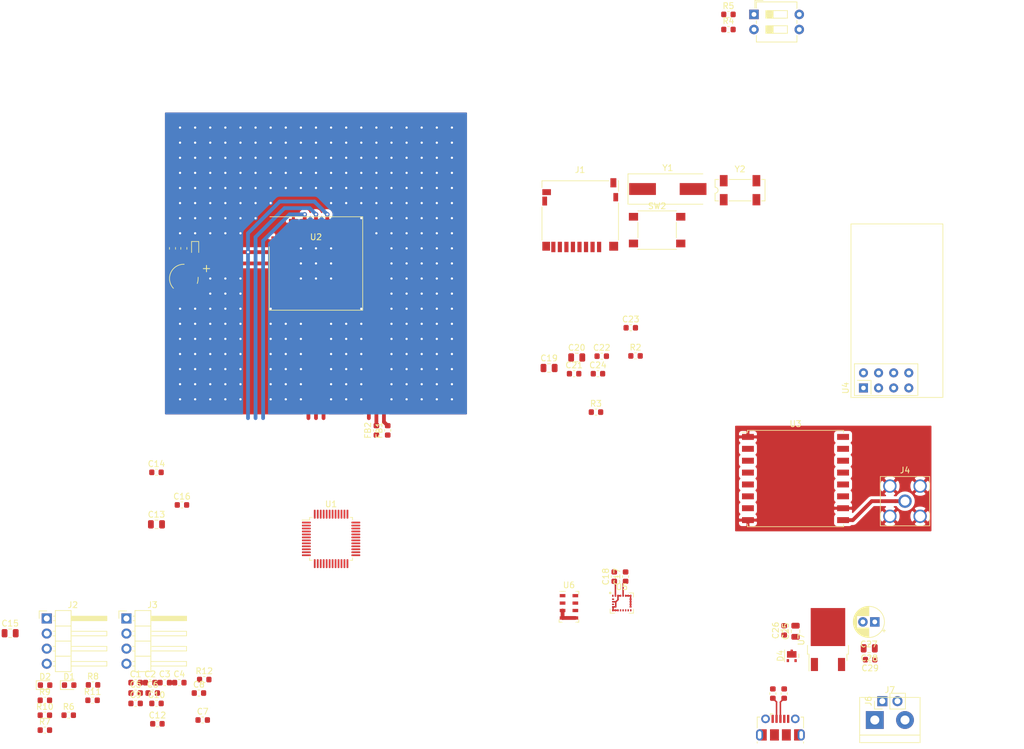
<source format=kicad_pcb>
(kicad_pcb (version 20171130) (host pcbnew "(5.1.4)-1")
  (layers (0 F.Cu signal) (31 B.Cu signal) (34 B.Paste user) (35 F.Paste user) (36 B.SilkS user hide) (37 F.SilkS user hide) (38 B.Mask user) (39 F.Mask user) (44 Edge.Cuts user))
  (net 0 "")
  (net 1 GND)
  (net 2 "Net-(BT1-Pad1)")
  (net 3 +3V3)
  (net 4 /Microcontroller/OSCIN)
  (net 5 /Microcontroller/OSCOUT)
  (net 6 /Microcontroller/OSC32_IN)
  (net 7 /Microcontroller/OSC32_OUT)
  (net 8 "Net-(C10-Pad1)")
  (net 9 "Net-(D1-Pad1)")
  (net 10 "Net-(D2-Pad1)")
  (net 11 "Net-(D3-Pad1)")
  (net 12 /Microcontroller/SWDIO)
  (net 13 /Microcontroller/SWCLK)
  (net 14 /Microcontroller/RX)
  (net 15 /Microcontroller/TX)
  (net 16 "Net-(J4-Pad1)")
  (net 17 /Microcontroller/BOOT0)
  (net 18 /Microcontroller/BOOT1)
  (net 19 "Net-(R6-Pad1)")
  (net 20 "Net-(R7-Pad1)")
  (net 21 "Net-(R8-Pad2)")
  (net 22 /IO/POWER/USB_DM)
  (net 23 "Net-(R9-Pad2)")
  (net 24 /IO/POWER/USB_DP)
  (net 25 /Microcontroller/LED)
  (net 26 "Net-(J5-Pad3)")
  (net 27 "Net-(J5-Pad2)")
  (net 28 /Microcontroller/B7)
  (net 29 /Microcontroller/B6)
  (net 30 /Microcontroller/B5)
  (net 31 /Microcontroller/B4)
  (net 32 /Microcontroller/B3)
  (net 33 /Microcontroller/A15)
  (net 34 /Microcontroller/A8)
  (net 35 /Microcontroller/DI_SD)
  (net 36 /Microcontroller/DO_SD)
  (net 37 /Microcontroller/CLK_SD)
  (net 38 /Microcontroller/B11)
  (net 39 /Microcontroller/B10)
  (net 40 /Microcontroller/B1)
  (net 41 /Microcontroller/B0)
  (net 42 /Microcontroller/MOSI)
  (net 43 /Microcontroller/MISO)
  (net 44 /Microcontroller/SCK)
  (net 45 /Microcontroller/A4)
  (net 46 /Microcontroller/RX2)
  (net 47 /Microcontroller/A1)
  (net 48 /Microcontroller/A0)
  (net 49 "Net-(U1-Pad1)")
  (net 50 /RF/D2)
  (net 51 /RF/D1)
  (net 52 /RF/D0)
  (net 53 /RF/D4)
  (net 54 /RF/D3)
  (net 55 /RF/D5)
  (net 56 "Net-(C17-Pad1)")
  (net 57 "Net-(C18-Pad1)")
  (net 58 "Net-(C25-Pad1)")
  (net 59 +BATT)
  (net 60 VBUS)
  (net 61 "Net-(FB1-Pad2)")
  (net 62 /Sensors/RX_GPS)
  (net 63 "Net-(FB2-Pad2)")
  (net 64 "Net-(J1-Pad10)")
  (net 65 "Net-(J1-Pad1)")
  (net 66 /Microcontroller/CS_SD)
  (net 67 "Net-(J1-Pad9)")
  (net 68 "Net-(J1-Pad8)")
  (net 69 "Net-(J5-Pad4)")
  (net 70 /Microcontroller/SDA)
  (net 71 /Microcontroller/SCL)
  (net 72 "Net-(U6-Pad6)")
  (module Resistor_SMD:R_0603_1608Metric (layer F.Cu) (at 167.005 104.2925 90)
    (fp_text reference FB1 (at 0 -1.43 90) (layer F.SilkS))
    (fp_text value R)
    (pad 2 smd roundrect (at 0.7875 0 90) (size 0.875 0.95) (layers F.Cu F.Paste F.Mask) (net 61 "Net-(FB1-Pad2)"))
    (pad 1 smd roundrect (at -0.7875 0 90) (size 0.875 0.95) (layers F.Cu F.Paste F.Mask) (net 62 /Sensors/RX_GPS))
  )
  (module Crystal:Crystal_SMD_SeikoEpson_MC306-4Pin_8.0x3.2mm (layer F.Cu) (at 226.26 63.875)
    (fp_text reference Y2 (at 0 -3.55) (layer F.SilkS))
    (fp_text value 32.768k)
    (pad 4 smd rect (at -2.75 -1.6) (size 1.3 1.9) (layers F.Cu F.Paste F.Mask))
    (pad 3 smd rect (at 2.75 -1.6) (size 1.3 1.9) (layers F.Cu F.Paste F.Mask))
    (pad 2 smd rect (at 2.75 1.6) (size 1.3 1.9) (layers F.Cu F.Paste F.Mask) (net 6 /Microcontroller/OSC32_IN))
    (pad 1 smd rect (at -2.75 1.6) (size 1.3 1.9) (layers F.Cu F.Paste F.Mask) (net 7 /Microcontroller/OSC32_OUT))
  )
  (module Crystal:Crystal_SMD_HC49-SD (layer F.Cu) (at 214.11 63.675)
    (fp_text reference Y1 (at 0 -3.55) (layer F.SilkS))
    (fp_text value 8M)
    (pad 2 smd rect (at 4.25 0) (size 4.5 2) (layers F.Cu F.Paste F.Mask) (net 4 /Microcontroller/OSCIN))
    (pad 1 smd rect (at -4.25 0) (size 4.5 2) (layers F.Cu F.Paste F.Mask) (net 5 /Microcontroller/OSCOUT))
  )
  (module Package_TO_SOT_SMD:TO-252-2 (layer F.Cu) (at 241.045 139.49 90)
    (fp_text reference U7 (at 0 -4.5 90) (layer F.SilkS))
    (fp_text value NCP5501)
    (pad 2 smd rect (at 2.1 0 90) (size 6.4 5.8) (layers F.Cu F.Mask) (net 1 GND))
    (pad 3 smd rect (at -4.2 2.28 90) (size 2.2 1.2) (layers F.Cu F.Paste F.Mask) (net 3 +3V3))
    (pad 1 smd rect (at -4.2 -2.28 90) (size 2.2 1.2) (layers F.Cu F.Paste F.Mask) (net 58 "Net-(C25-Pad1)"))
  )
  (module Package_LGA:LGA-8_3x5mm_P1.25mm (layer F.Cu) (at 197.485 133.985)
    (fp_text reference U6 (at 0 -3.65) (layer F.SilkS))
    (fp_text value MS5607-02BA)
    (pad 5 smd rect (at 1.075 1.875) (size 0.95 0.55) (layers F.Cu F.Paste F.Mask) (net 1 GND))
    (pad 6 smd rect (at 1.075 0.625) (size 0.95 0.55) (layers F.Cu F.Paste F.Mask) (net 72 "Net-(U6-Pad6)"))
    (pad 7 smd rect (at 1.075 -0.625) (size 0.95 0.55) (layers F.Cu F.Paste F.Mask) (net 70 /Microcontroller/SDA))
    (pad 8 smd rect (at 1.075 -1.875) (size 0.95 0.55) (layers F.Cu F.Paste F.Mask) (net 71 /Microcontroller/SCL))
    (pad 3 smd rect (at -1.075 0.625) (size 0.95 0.55) (layers F.Cu F.Paste F.Mask) (net 1 GND))
    (pad 2 smd rect (at -1.075 -0.625) (size 0.95 0.55) (layers F.Cu F.Paste F.Mask) (net 3 +3V3))
    (pad 1 smd rect (at -1.075 -1.875) (size 0.95 0.55) (layers F.Cu F.Paste F.Mask) (net 3 +3V3))
    (pad 4 smd rect (at -1.075 1.875) (size 0.95 0.55) (layers F.Cu F.Paste F.Mask) (net 1 GND))
  )
  (module Package_LGA:LGA-24L_3x3.5mm_P0.43mm (layer F.Cu) (at 206.375 133.35)
    (fp_text reference U5 (at 0 -2.7) (layer F.SilkS))
    (fp_text value LSM9DS1)
    (pad 13 smd rect (at 1.505 1.225) (size 0.23 0.35) (layers F.Cu F.Paste F.Mask) (net 38 /Microcontroller/B11))
    (pad 12 smd rect (at 1.075 1.225) (size 0.23 0.35) (layers F.Cu F.Paste F.Mask) (net 39 /Microcontroller/B10))
    (pad 11 smd rect (at 0.645 1.225) (size 0.23 0.35) (layers F.Cu F.Paste F.Mask) (net 28 /Microcontroller/B7))
    (pad 10 smd rect (at 0.215 1.225) (size 0.23 0.35) (layers F.Cu F.Paste F.Mask) (net 29 /Microcontroller/B6))
    (pad 9 smd rect (at -0.215 1.225) (size 0.23 0.35) (layers F.Cu F.Paste F.Mask) (net 30 /Microcontroller/B5))
    (pad 8 smd rect (at -0.645 1.225) (size 0.23 0.35) (layers F.Cu F.Paste F.Mask) (net 3 +3V3))
    (pad 7 smd rect (at -1.075 1.225) (size 0.23 0.35) (layers F.Cu F.Paste F.Mask) (net 3 +3V3))
    (pad 6 smd rect (at -1.505 1.225) (size 0.23 0.35) (layers F.Cu F.Paste F.Mask) (net 3 +3V3))
    (pad 18 smd rect (at 1.505 -1.225) (size 0.23 0.35) (layers F.Cu F.Paste F.Mask) (net 1 GND))
    (pad 19 smd rect (at 1.075 -1.225) (size 0.23 0.35) (layers F.Cu F.Paste F.Mask) (net 1 GND))
    (pad 20 smd rect (at 0.645 -1.225) (size 0.23 0.35) (layers F.Cu F.Paste F.Mask) (net 1 GND))
    (pad 21 smd rect (at 0.215 -1.225) (size 0.23 0.35) (layers F.Cu F.Paste F.Mask) (net 56 "Net-(C17-Pad1)"))
    (pad 22 smd rect (at -0.215 -1.225) (size 0.23 0.35) (layers F.Cu F.Paste F.Mask) (net 3 +3V3))
    (pad 23 smd rect (at -0.645 -1.225) (size 0.23 0.35) (layers F.Cu F.Paste F.Mask) (net 3 +3V3))
    (pad 24 smd rect (at -1.075 -1.225) (size 0.23 0.35) (layers F.Cu F.Paste F.Mask) (net 57 "Net-(C18-Pad1)"))
    (pad 14 smd rect (at 1.475 0.645) (size 0.35 0.23) (layers F.Cu F.Paste F.Mask) (net 1 GND))
    (pad 5 smd rect (at -1.475 0.645) (size 0.35 0.23) (layers F.Cu F.Paste F.Mask) (net 3 +3V3))
    (pad 15 smd rect (at 1.475 0.215) (size 0.35 0.23) (layers F.Cu F.Paste F.Mask) (net 1 GND))
    (pad 4 smd rect (at -1.475 0.215) (size 0.35 0.23) (layers F.Cu F.Paste F.Mask) (net 70 /Microcontroller/SDA))
    (pad 16 smd rect (at 1.475 -0.215) (size 0.35 0.23) (layers F.Cu F.Paste F.Mask) (net 1 GND))
    (pad 3 smd rect (at -1.475 -0.215) (size 0.35 0.23) (layers F.Cu F.Paste F.Mask) (net 3 +3V3))
    (pad 17 smd rect (at 1.475 -0.645) (size 0.35 0.23) (layers F.Cu F.Paste F.Mask) (net 1 GND))
    (pad 2 smd rect (at -1.475 -0.645) (size 0.35 0.23) (layers F.Cu F.Paste F.Mask) (net 71 /Microcontroller/SCL))
    (pad 1 smd rect (at -1.505 -1.225) (size 0.23 0.35) (layers F.Cu F.Paste F.Mask) (net 3 +3V3))
  )
  (module Button_Switch_SMD:SW_Push_1P1T_NO_6x6mm_H9.5mm (layer F.Cu) (at 212.31 70.59)
    (fp_text reference SW2 (at 0 -4.05) (layer F.SilkS))
    (fp_text value RST)
    (pad 2 smd rect (at 3.975 2.25) (size 1.55 1.3) (layers F.Cu F.Paste F.Mask) (net 8 "Net-(C10-Pad1)"))
    (pad 1 smd rect (at 3.975 -2.25) (size 1.55 1.3) (layers F.Cu F.Paste F.Mask) (net 1 GND))
    (pad 1 smd rect (at -3.975 -2.25) (size 1.55 1.3) (layers F.Cu F.Paste F.Mask) (net 1 GND))
    (pad 2 smd rect (at -3.975 2.25) (size 1.55 1.3) (layers F.Cu F.Paste F.Mask) (net 8 "Net-(C10-Pad1)"))
  )
  (module Button_Switch_THT:SW_DIP_SPSTx02_Slide_6.7x6.64mm_W7.62mm_P2.54mm_LowProfile (layer F.Cu) (at 228.6 34.29)
    (fp_text reference SW1 (at 3.81 -3.11) (layer F.SilkS))
    (fp_text value BOOT)
    (pad 4 thru_hole oval (at 7.62 0) (size 1.6 1.6) (drill 0.8) (layers *.Cu *.Mask) (net 3 +3V3))
    (pad 2 thru_hole oval (at 0 2.54) (size 1.6 1.6) (drill 0.8) (layers *.Cu *.Mask) (net 17 /Microcontroller/BOOT0))
    (pad 3 thru_hole oval (at 7.62 2.54) (size 1.6 1.6) (drill 0.8) (layers *.Cu *.Mask) (net 3 +3V3))
    (pad 1 thru_hole rect (at 0 0) (size 1.6 1.6) (drill 0.8) (layers *.Cu *.Mask) (net 18 /Microcontroller/BOOT1))
  )
  (module TerminalBlock:TerminalBlock_bornier-2_P5.08mm (layer F.Cu) (at 248.92 153.035)
    (fp_text reference J7 (at 2.54 -5.08) (layer F.SilkS))
    (fp_text value Screw_Terminal_01x02)
    (pad 2 thru_hole circle (at 5.08 0) (size 3 3) (drill 1.52) (layers *.Cu *.Mask) (net 1 GND))
    (pad 1 thru_hole rect (at 0 0) (size 3 3) (drill 1.52) (layers *.Cu *.Mask) (net 59 +BATT))
  )
  (module Connector_PinHeader_2.54mm:PinHeader_1x02_P2.54mm_Vertical (layer F.Cu) (at 250.19 149.86 90)
    (fp_text reference J6 (at 0 -2.33 90) (layer F.SilkS))
    (fp_text value Conn_01x02)
    (pad 2 thru_hole oval (at 0 2.54 90) (size 1.7 1.7) (drill 1) (layers *.Cu *.Mask) (net 1 GND))
    (pad 1 thru_hole rect (at 0 0 90) (size 1.7 1.7) (drill 1) (layers *.Cu *.Mask) (net 59 +BATT))
  )
  (module Connector_USB:USB_Micro-B_Molex-105017-0001 (layer F.Cu) (at 233.045 154.305)
    (fp_text reference J5 hide)
    (fp_text value USB_B_Micro)
    (pad 6 smd rect (at -2.9 1.2375) (size 1.2 1.9) (layers F.Cu F.Mask) (net 1 GND))
    (pad 6 smd rect (at 2.9 1.2375) (size 1.2 1.9) (layers F.Cu F.Mask) (net 1 GND))
    (pad 6 thru_hole oval (at 3.5 1.2375) (size 1.2 1.9) (drill oval 0.6 1.3) (layers *.Cu *.Mask) (net 1 GND))
    (pad 6 thru_hole oval (at -3.5 1.2375 180) (size 1.2 1.9) (drill oval 0.6 1.3) (layers *.Cu *.Mask) (net 1 GND))
    (pad 6 smd rect (at -1 1.2375) (size 1.5 1.9) (layers F.Cu F.Paste F.Mask) (net 1 GND))
    (pad 6 thru_hole circle (at 2.5 -1.4625) (size 1.45 1.45) (drill 0.85) (layers *.Cu *.Mask) (net 1 GND))
    (pad 3 smd rect (at 0 -1.4625) (size 0.4 1.35) (layers F.Cu F.Paste F.Mask) (net 26 "Net-(J5-Pad3)"))
    (pad 4 smd rect (at 0.65 -1.4625) (size 0.4 1.35) (layers F.Cu F.Paste F.Mask) (net 69 "Net-(J5-Pad4)"))
    (pad 5 smd rect (at 1.3 -1.4625) (size 0.4 1.35) (layers F.Cu F.Paste F.Mask) (net 1 GND))
    (pad 1 smd rect (at -1.3 -1.4625) (size 0.4 1.35) (layers F.Cu F.Paste F.Mask) (net 60 VBUS))
    (pad 2 smd rect (at -0.65 -1.4625) (size 0.4 1.35) (layers F.Cu F.Paste F.Mask) (net 27 "Net-(J5-Pad2)"))
    (pad 6 thru_hole circle (at -2.5 -1.4625) (size 1.45 1.45) (drill 0.85) (layers *.Cu *.Mask) (net 1 GND))
    (pad 6 smd rect (at 1 1.2375) (size 1.5 1.9) (layers F.Cu F.Paste F.Mask) (net 1 GND))
  )
  (module Connector_Card:microSD_HC_Hirose_DM3D-SF (layer F.Cu) (at 199.38 68.075)
    (fp_text reference J1 (at -0.025 -7.625) (layer F.SilkS))
    (fp_text value Micro_SD_Card_Det)
    (pad 10 smd rect (at 5.575 -5.45) (size 1 1.55) (layers F.Cu F.Paste F.Mask) (net 64 "Net-(J1-Pad10)"))
    (pad 11 smd rect (at 5.625 5.225) (size 1.5 1.5) (layers F.Cu F.Paste F.Mask) (net 1 GND))
    (pad 1 smd rect (at 3.175 5.35) (size 0.7 1.75) (layers F.Cu F.Paste F.Mask) (net 65 "Net-(J1-Pad1)"))
    (pad 2 smd rect (at 2.075 5.35) (size 0.7 1.75) (layers F.Cu F.Paste F.Mask) (net 66 /Microcontroller/CS_SD))
    (pad 3 smd rect (at 0.975 5.35) (size 0.7 1.75) (layers F.Cu F.Paste F.Mask) (net 35 /Microcontroller/DI_SD))
    (pad 4 smd rect (at -0.125 5.35) (size 0.7 1.75) (layers F.Cu F.Paste F.Mask) (net 3 +3V3))
    (pad 5 smd rect (at -1.225 5.35) (size 0.7 1.75) (layers F.Cu F.Paste F.Mask) (net 37 /Microcontroller/CLK_SD))
    (pad 6 smd rect (at -2.325 5.35) (size 0.7 1.75) (layers F.Cu F.Paste F.Mask) (net 1 GND))
    (pad 7 smd rect (at -3.425 5.35) (size 0.7 1.75) (layers F.Cu F.Paste F.Mask) (net 36 /Microcontroller/DO_SD))
    (pad 11 smd rect (at 5.975 -3.025) (size 0.8 1.4) (layers F.Cu F.Paste F.Mask) (net 1 GND))
    (pad 9 smd rect (at -5.65 -3.875) (size 1.45 1) (layers F.Cu F.Paste F.Mask) (net 67 "Net-(J1-Pad9)"))
    (pad 11 smd rect (at -5.975 -2.375) (size 0.8 1.5) (layers F.Cu F.Paste F.Mask) (net 1 GND))
    (pad 11 smd rect (at -5.725 5.225) (size 1.3 1.5) (layers F.Cu F.Paste F.Mask) (net 1 GND))
    (pad 8 smd rect (at -4.525 5.35) (size 0.7 1.75) (layers F.Cu F.Paste F.Mask) (net 68 "Net-(J1-Pad8)"))
  )
  (module Resistor_SMD:R_0603_1608Metric (layer F.Cu) (at 165.1 104.2925 90)
    (fp_text reference FB2 (at 0 -1.43 90) (layer F.SilkS))
    (fp_text value R)
    (pad 2 smd roundrect (at 0.7875 0 90) (size 0.875 0.95) (layers F.Cu F.Paste F.Mask) (net 63 "Net-(FB2-Pad2)"))
    (pad 1 smd roundrect (at -0.7875 0 90) (size 0.875 0.95) (layers F.Cu F.Paste F.Mask) (net 46 /Microcontroller/RX2))
  )
  (module Package_SON:HUSON-3-1EP_2x2mm_P1.3mm_EP1.1x1.6mm (layer F.Cu) (at 234.95 142.24 90)
    (fp_text reference D4 (at 0 -1.9 90) (layer F.SilkS))
    (fp_text value D_Schottky_x2_KCom_AAK)
    (pad 3 smd rect (at 0.925 0 90) (size 0.25 0.4) (layers F.Cu F.Paste F.Mask) (net 58 "Net-(C25-Pad1)"))
    (pad 3 smd rect (at 0.25 0 90) (size 1.1 1.6) (layers F.Cu F.Paste F.Mask) (net 58 "Net-(C25-Pad1)"))
    (pad 2 smd rect (at -0.8 0.65 90) (size 0.5 0.4) (layers F.Cu F.Paste F.Mask) (net 59 +BATT))
    (pad 1 smd rect (at -0.8 -0.65 90) (size 0.5 0.4) (layers F.Cu F.Paste F.Mask) (net 60 VBUS))
  )
  (module Capacitor_SMD:C_0603_1608Metric (layer F.Cu) (at 248.1325 142.875 180)
    (fp_text reference C29 (at 0 -1.43) (layer F.SilkS))
    (fp_text value 0.1u)
    (pad 2 smd roundrect (at 0.7875 0 180) (size 0.875 0.95) (layers F.Cu F.Paste F.Mask) (net 1 GND))
    (pad 1 smd roundrect (at -0.7875 0 180) (size 0.875 0.95) (layers F.Cu F.Paste F.Mask) (net 3 +3V3))
  )
  (module Capacitor_SMD:C_0805_2012Metric (layer F.Cu) (at 247.9825 140.97 180)
    (fp_text reference C28 (at 0 -1.65) (layer F.SilkS))
    (fp_text value 10u)
    (pad 2 smd roundrect (at 0.9375 0 180) (size 0.975 1.4) (layers F.Cu F.Paste F.Mask) (net 1 GND))
    (pad 1 smd roundrect (at -0.9375 0 180) (size 0.975 1.4) (layers F.Cu F.Paste F.Mask) (net 3 +3V3))
  )
  (module Capacitor_THT:CP_Radial_D5.0mm_P2.00mm (layer F.Cu) (at 248.92 136.525 180)
    (fp_text reference C27 (at 1 -3.75) (layer F.SilkS))
    (fp_text value 47u)
    (pad 2 thru_hole circle (at 2 0 180) (size 1.6 1.6) (drill 0.8) (layers *.Cu *.Mask) (net 1 GND))
    (pad 1 thru_hole rect (at 0 0 180) (size 1.6 1.6) (drill 0.8) (layers *.Cu *.Mask) (net 3 +3V3))
  )
  (module Capacitor_SMD:C_0603_1608Metric (layer F.Cu) (at 233.68 137.9475 90)
    (fp_text reference C26 (at 0 -1.43 90) (layer F.SilkS))
    (fp_text value 0.1u)
    (pad 2 smd roundrect (at 0.7875 0 90) (size 0.875 0.95) (layers F.Cu F.Paste F.Mask) (net 1 GND))
    (pad 1 smd roundrect (at -0.7875 0 90) (size 0.875 0.95) (layers F.Cu F.Paste F.Mask) (net 58 "Net-(C25-Pad1)"))
  )
  (module Capacitor_SMD:C_0805_2012Metric (layer F.Cu) (at 235.585 138.0975 90)
    (fp_text reference C25 (at 0 -1.65 90) (layer F.SilkS))
    (fp_text value 10u)
    (pad 2 smd roundrect (at 0.9375 0 90) (size 0.975 1.4) (layers F.Cu F.Paste F.Mask) (net 1 GND))
    (pad 1 smd roundrect (at -0.9375 0 90) (size 0.975 1.4) (layers F.Cu F.Paste F.Mask) (net 58 "Net-(C25-Pad1)"))
  )
  (module Capacitor_SMD:C_0603_1608Metric (layer F.Cu) (at 202.36 94.755)
    (fp_text reference C24 (at 0 -1.43) (layer F.SilkS))
    (fp_text value 0.1u)
    (pad 2 smd roundrect (at 0.7875 0) (size 0.875 0.95) (layers F.Cu F.Paste F.Mask) (net 1 GND))
    (pad 1 smd roundrect (at -0.7875 0) (size 0.875 0.95) (layers F.Cu F.Paste F.Mask) (net 3 +3V3))
  )
  (module Capacitor_SMD:C_0603_1608Metric (layer F.Cu) (at 207.88 87.025)
    (fp_text reference C23 (at 0 -1.43) (layer F.SilkS))
    (fp_text value 0.1u)
    (pad 2 smd roundrect (at 0.7875 0) (size 0.875 0.95) (layers F.Cu F.Paste F.Mask) (net 1 GND))
    (pad 1 smd roundrect (at -0.7875 0) (size 0.875 0.95) (layers F.Cu F.Paste F.Mask) (net 3 +3V3))
  )
  (module Capacitor_SMD:C_0603_1608Metric (layer F.Cu) (at 203 91.805)
    (fp_text reference C22 (at 0 -1.43) (layer F.SilkS))
    (fp_text value 0.1u)
    (pad 2 smd roundrect (at 0.7875 0) (size 0.875 0.95) (layers F.Cu F.Paste F.Mask) (net 1 GND))
    (pad 1 smd roundrect (at -0.7875 0) (size 0.875 0.95) (layers F.Cu F.Paste F.Mask) (net 3 +3V3))
  )
  (module Capacitor_SMD:C_0603_1608Metric (layer F.Cu) (at 198.35 94.755)
    (fp_text reference C21 (at 0 -1.43) (layer F.SilkS))
    (fp_text value 0.1u)
    (pad 2 smd roundrect (at 0.7875 0) (size 0.875 0.95) (layers F.Cu F.Paste F.Mask) (net 1 GND))
    (pad 1 smd roundrect (at -0.7875 0) (size 0.875 0.95) (layers F.Cu F.Paste F.Mask) (net 3 +3V3))
  )
  (module Capacitor_SMD:C_0805_2012Metric (layer F.Cu) (at 198.79 92.025)
    (fp_text reference C20 (at 0 -1.65) (layer F.SilkS))
    (fp_text value 10u)
    (pad 2 smd roundrect (at 0.9375 0) (size 0.975 1.4) (layers F.Cu F.Paste F.Mask) (net 1 GND))
    (pad 1 smd roundrect (at -0.9375 0) (size 0.975 1.4) (layers F.Cu F.Paste F.Mask) (net 3 +3V3))
  )
  (module Capacitor_SMD:C_0805_2012Metric (layer F.Cu) (at 194.14 93.795)
    (fp_text reference C19 (at 0 -1.65) (layer F.SilkS))
    (fp_text value 10u)
    (pad 2 smd roundrect (at 0.9375 0) (size 0.975 1.4) (layers F.Cu F.Paste F.Mask) (net 1 GND))
    (pad 1 smd roundrect (at -0.9375 0) (size 0.975 1.4) (layers F.Cu F.Paste F.Mask) (net 3 +3V3))
  )
  (module Capacitor_SMD:C_0603_1608Metric (layer F.Cu) (at 205.105 128.905 90)
    (fp_text reference C18 (at 0 -1.43 90) (layer F.SilkS))
    (fp_text value 0.1u)
    (pad 2 smd roundrect (at 0.7875 0 90) (size 0.875 0.95) (layers F.Cu F.Paste F.Mask) (net 1 GND))
    (pad 1 smd roundrect (at -0.7875 0 90) (size 0.875 0.95) (layers F.Cu F.Paste F.Mask) (net 57 "Net-(C18-Pad1)"))
  )
  (module Capacitor_SMD:C_0603_1608Metric (layer F.Cu) (at 207.01 128.905 90)
    (fp_text reference C17 (at 0 -1.43 90) (layer F.SilkS))
    (fp_text value 10n)
    (pad 2 smd roundrect (at 0.7875 0 90) (size 0.875 0.95) (layers F.Cu F.Paste F.Mask) (net 1 GND))
    (pad 1 smd roundrect (at -0.7875 0 90) (size 0.875 0.95) (layers F.Cu F.Paste F.Mask) (net 56 "Net-(C17-Pad1)"))
  )
  (module Capacitor_SMD:C_0805_2012Metric (layer F.Cu) (at 103.505 138.43)
    (fp_text reference C15 (at 0 -1.65) (layer F.SilkS))
    (fp_text value 10u)
    (pad 2 smd roundrect (at 0.9375 0) (size 0.975 1.4) (layers F.Cu F.Paste F.Mask) (net 1 GND))
    (pad 1 smd roundrect (at -0.9375 0) (size 0.975 1.4) (layers F.Cu F.Paste F.Mask) (net 3 +3V3))
  )
  (module Capacitor_SMD:C_0805_2012Metric (layer F.Cu) (at 128.115 120.105)
    (fp_text reference C13 (at 0 -1.65) (layer F.SilkS))
    (fp_text value 10u)
    (pad 2 smd roundrect (at 0.9375 0) (size 0.975 1.4) (layers F.Cu F.Paste F.Mask) (net 1 GND))
    (pad 1 smd roundrect (at -0.9375 0) (size 0.975 1.4) (layers F.Cu F.Paste F.Mask) (net 3 +3V3))
  )
  (module MyFootprintLib:SEIKO_ML414H_IV01E (layer F.Cu) (at 132.715 78.74)
    (fp_text reference BT1 hide)
    (fp_text value Battery_Cell hide)
    (fp_text user + (at 3.81 -1.778) (layer F.SilkS) (effects (font (size 1.401291 1.401291))))
    (fp_poly (pts (xy 0.3 -2.7) (xy 2.7 -2.7) (xy 2.7 -0.3)) (layer F.Cu) (width 0.0001))
    (pad 1 smd rect (at 2.1 -2.1) (size 1 1) (layers F.Cu) (net 2 "Net-(BT1-Pad1)"))
    (pad 2 smd rect (at 0.65 1.85) (size 4.1 1.7) (layers F.Cu F.Paste F.Mask) (net 1 GND))
  )
  (module Capacitor_SMD:C_0603_1608Metric (layer F.Cu) (at 132.4 116.84)
    (fp_text reference C16 (at 0 -1.43) (layer F.SilkS))
    (fp_text value 0.1u)
    (pad 2 smd roundrect (at 0.7875 0) (size 0.875 0.95) (layers F.Cu F.Paste F.Mask) (net 1 GND))
    (pad 1 smd roundrect (at -0.7875 0) (size 0.875 0.95) (layers F.Cu F.Paste F.Mask) (net 3 +3V3))
  )
  (module Capacitor_SMD:C_0603_1608Metric (layer F.Cu) (at 128.115 111.355)
    (fp_text reference C14 (at 0 -1.43) (layer F.SilkS))
    (fp_text value 0.1u)
    (pad 2 smd roundrect (at 0.7875 0) (size 0.875 0.95) (layers F.Cu F.Paste F.Mask) (net 1 GND))
    (pad 1 smd roundrect (at -0.7875 0) (size 0.875 0.95) (layers F.Cu F.Paste F.Mask) (net 3 +3V3))
  )
  (module Capacitor_SMD:C_0603_1608Metric (layer F.Cu) (at 128.27 153.67)
    (fp_text reference C12 (at 0 -1.43) (layer F.SilkS))
    (fp_text value 0.1u)
    (pad 2 smd roundrect (at 0.7875 0) (size 0.875 0.95) (layers F.Cu F.Paste F.Mask) (net 1 GND))
    (pad 1 smd roundrect (at -0.7875 0) (size 0.875 0.95) (layers F.Cu F.Paste F.Mask) (net 3 +3V3))
  )
  (module Capacitor_SMD:C_0603_1608Metric (layer F.Cu) (at 130.81 73.66 90)
    (fp_text reference C11 hide)
    (fp_text value 1u)
    (pad 2 smd roundrect (at 0.7875 0 90) (size 0.875 0.95) (layers F.Cu F.Paste F.Mask) (net 1 GND))
    (pad 1 smd roundrect (at -0.7875 0 90) (size 0.875 0.95) (layers F.Cu F.Paste F.Mask) (net 2 "Net-(BT1-Pad1)"))
  )
  (module Capacitor_SMD:C_0603_1608Metric (layer F.Cu) (at 128.1175 150.245)
    (fp_text reference C10 (at 0 -1.43) (layer F.SilkS))
    (fp_text value 0.1u)
    (pad 2 smd roundrect (at 0.7875 0) (size 0.875 0.95) (layers F.Cu F.Paste F.Mask) (net 1 GND))
    (pad 1 smd roundrect (at -0.7875 0) (size 0.875 0.95) (layers F.Cu F.Paste F.Mask) (net 8 "Net-(C10-Pad1)"))
  )
  (module Capacitor_SMD:C_0603_1608Metric (layer F.Cu) (at 124.605 150.245)
    (fp_text reference C9 (at 0 -1.43) (layer F.SilkS))
    (fp_text value 8p)
    (pad 2 smd roundrect (at 0.7875 0) (size 0.875 0.95) (layers F.Cu F.Paste F.Mask) (net 1 GND))
    (pad 1 smd roundrect (at -0.7875 0) (size 0.875 0.95) (layers F.Cu F.Paste F.Mask) (net 7 /Microcontroller/OSC32_OUT))
  )
  (module Capacitor_SMD:C_0603_1608Metric (layer F.Cu) (at 135.255 148.495)
    (fp_text reference C8 (at 0 -1.43) (layer F.SilkS))
    (fp_text value 8p)
    (pad 2 smd roundrect (at 0.7875 0) (size 0.875 0.95) (layers F.Cu F.Paste F.Mask) (net 1 GND))
    (pad 1 smd roundrect (at -0.7875 0) (size 0.875 0.95) (layers F.Cu F.Paste F.Mask) (net 6 /Microcontroller/OSC32_IN))
  )
  (module Capacitor_SMD:C_0603_1608Metric (layer F.Cu) (at 135.89 153.035)
    (fp_text reference C7 (at 0 -1.43) (layer F.SilkS))
    (fp_text value 12p)
    (pad 2 smd roundrect (at 0.7875 0) (size 0.875 0.95) (layers F.Cu F.Paste F.Mask) (net 1 GND))
    (pad 1 smd roundrect (at -0.7875 0) (size 0.875 0.95) (layers F.Cu F.Paste F.Mask) (net 5 /Microcontroller/OSCOUT))
  )
  (module Capacitor_SMD:C_0603_1608Metric (layer F.Cu) (at 127.4825 148.495)
    (fp_text reference C6 (at 0 -1.43) (layer F.SilkS))
    (fp_text value 12p)
    (pad 2 smd roundrect (at 0.7875 0) (size 0.875 0.95) (layers F.Cu F.Paste F.Mask) (net 1 GND))
    (pad 1 smd roundrect (at -0.7875 0) (size 0.875 0.95) (layers F.Cu F.Paste F.Mask) (net 4 /Microcontroller/OSCIN))
  )
  (module Capacitor_SMD:C_0603_1608Metric (layer F.Cu) (at 124.605 148.495)
    (fp_text reference C5 (at 0 -1.43) (layer F.SilkS))
    (fp_text value 0.1u)
    (pad 2 smd roundrect (at 0.7875 0) (size 0.875 0.95) (layers F.Cu F.Paste F.Mask) (net 1 GND))
    (pad 1 smd roundrect (at -0.7875 0) (size 0.875 0.95) (layers F.Cu F.Paste F.Mask) (net 3 +3V3))
  )
  (module Capacitor_SMD:C_0603_1608Metric (layer F.Cu) (at 131.955 146.745)
    (fp_text reference C4 (at 0 -1.43) (layer F.SilkS))
    (fp_text value 0.1u)
    (pad 2 smd roundrect (at 0.7875 0) (size 0.875 0.95) (layers F.Cu F.Paste F.Mask) (net 1 GND))
    (pad 1 smd roundrect (at -0.7875 0) (size 0.875 0.95) (layers F.Cu F.Paste F.Mask) (net 3 +3V3))
  )
  (module Capacitor_SMD:C_0603_1608Metric (layer F.Cu) (at 129.505 146.745)
    (fp_text reference C3 (at 0 -1.43) (layer F.SilkS))
    (fp_text value 0.1u)
    (pad 2 smd roundrect (at 0.7875 0) (size 0.875 0.95) (layers F.Cu F.Paste F.Mask) (net 1 GND))
    (pad 1 smd roundrect (at -0.7875 0) (size 0.875 0.95) (layers F.Cu F.Paste F.Mask) (net 3 +3V3))
  )
  (module Capacitor_SMD:C_0603_1608Metric (layer F.Cu) (at 127.055 146.745)
    (fp_text reference C2 (at 0 -1.43) (layer F.SilkS))
    (fp_text value 0.1u)
    (pad 2 smd roundrect (at 0.7875 0) (size 0.875 0.95) (layers F.Cu F.Paste F.Mask) (net 1 GND))
    (pad 1 smd roundrect (at -0.7875 0) (size 0.875 0.95) (layers F.Cu F.Paste F.Mask) (net 3 +3V3))
  )
  (module Capacitor_SMD:C_0603_1608Metric (layer F.Cu) (at 124.605 146.745)
    (fp_text reference C1 (at 0 -1.43) (layer F.SilkS))
    (fp_text value 4.7u)
    (pad 2 smd roundrect (at 0.7875 0) (size 0.875 0.95) (layers F.Cu F.Paste F.Mask) (net 1 GND))
    (pad 1 smd roundrect (at -0.7875 0) (size 0.875 0.95) (layers F.Cu F.Paste F.Mask) (net 3 +3V3))
  )
  (module RF_Module:nRF24L01_Breakout (layer F.Cu) (at 247.015 97.155 90)
    (fp_text reference U4 (at 0 -3 90) (layer F.SilkS))
    (fp_text value NRF24_Breakout)
    (pad 8 thru_hole circle (at 2.54 7.62 90) (size 1.524 1.524) (drill 0.762) (layers *.Cu *.Mask) (net 34 /Microcontroller/A8))
    (pad 7 thru_hole circle (at 0 7.62 90) (size 1.524 1.524) (drill 0.762) (layers *.Cu *.Mask) (net 43 /Microcontroller/MISO))
    (pad 6 thru_hole circle (at 2.54 5.08 90) (size 1.524 1.524) (drill 0.762) (layers *.Cu *.Mask) (net 42 /Microcontroller/MOSI))
    (pad 5 thru_hole circle (at 0 5.08 90) (size 1.524 1.524) (drill 0.762) (layers *.Cu *.Mask) (net 44 /Microcontroller/SCK))
    (pad 4 thru_hole circle (at 2.54 2.54 90) (size 1.524 1.524) (drill 0.762) (layers *.Cu *.Mask) (net 47 /Microcontroller/A1))
    (pad 3 thru_hole circle (at 0 2.54 90) (size 1.524 1.524) (drill 0.762) (layers *.Cu *.Mask) (net 45 /Microcontroller/A4))
    (pad 2 thru_hole circle (at 2.54 0 90) (size 1.524 1.524) (drill 0.762) (layers *.Cu *.Mask) (net 3 +3V3))
    (pad 1 thru_hole rect (at 0 0 90) (size 1.524 1.524) (drill 0.762) (layers *.Cu *.Mask) (net 1 GND))
  )
  (module RF_Module:HOPERF_RFM9XW_SMD (layer F.Cu) (at 235.585 112.395)
    (fp_text reference U3 (at 0 -9.2) (layer F.SilkS))
    (fp_text value RFM95W)
    (pad 16 smd rect (at 8 -7) (size 2 1) (layers F.Cu F.Paste F.Mask) (net 50 /RF/D2))
    (pad 15 smd rect (at 8 -5) (size 2 1) (layers F.Cu F.Paste F.Mask) (net 51 /RF/D1))
    (pad 14 smd rect (at 8 -3) (size 2 1) (layers F.Cu F.Paste F.Mask) (net 52 /RF/D0))
    (pad 13 smd rect (at 8 -1) (size 2 1) (layers F.Cu F.Paste F.Mask) (net 3 +3V3))
    (pad 12 smd rect (at 8 1) (size 2 1) (layers F.Cu F.Paste F.Mask) (net 53 /RF/D4))
    (pad 11 smd rect (at 8 3) (size 2 1) (layers F.Cu F.Paste F.Mask) (net 54 /RF/D3))
    (pad 10 smd rect (at 8 5) (size 2 1) (layers F.Cu F.Paste F.Mask) (net 1 GND))
    (pad 9 smd rect (at 8 7) (size 2 1) (layers F.Cu F.Paste F.Mask) (net 16 "Net-(J4-Pad1)"))
    (pad 8 smd rect (at -8 7) (size 2 1) (layers F.Cu F.Paste F.Mask) (net 1 GND))
    (pad 7 smd rect (at -8 5) (size 2 1) (layers F.Cu F.Paste F.Mask) (net 55 /RF/D5))
    (pad 6 smd rect (at -8 3) (size 2 1) (layers F.Cu F.Paste F.Mask) (net 33 /Microcontroller/A15))
    (pad 5 smd rect (at -8 1) (size 2 1) (layers F.Cu F.Paste F.Mask) (net 48 /Microcontroller/A0))
    (pad 4 smd rect (at -8 -1) (size 2 1) (layers F.Cu F.Paste F.Mask) (net 44 /Microcontroller/SCK))
    (pad 3 smd rect (at -8 -3) (size 2 1) (layers F.Cu F.Paste F.Mask) (net 42 /Microcontroller/MOSI))
    (pad 2 smd rect (at -8 -5) (size 2 1) (layers F.Cu F.Paste F.Mask) (net 43 /Microcontroller/MISO))
    (pad 1 smd rect (at -8 -7) (size 2 1) (layers F.Cu F.Paste F.Mask) (net 1 GND))
  )
  (module RF_GPS:ublox_SAM-M8Q (layer F.Cu) (at 154.94 76.2)
    (fp_text reference U2 (at 0 -4.445) (layer F.SilkS))
    (fp_text value ublox_SAM-M8Q)
    (pad 20 smd rect (at -3.8 -6.6) (size 1.5 1.8) (layers F.Cu F.Mask) (net 1 GND))
    (pad 19 smd rect (at -1.9 -6.6) (size 1.5 1.8) (layers F.Cu F.Mask) (net 41 /Microcontroller/B0))
    (pad 18 smd rect (at 0 -6.6) (size 1.5 1.8) (layers F.Cu F.Mask) (net 31 /Microcontroller/B4))
    (pad 17 smd rect (at 1.9 -6.6) (size 1.5 1.8) (layers F.Cu F.Mask) (net 3 +3V3))
    (pad 16 smd rect (at 3.8 -6.6) (size 1.5 1.8) (layers F.Cu F.Mask) (net 1 GND))
    (pad 15 smd rect (at 6.6 -3.8) (size 1.8 1.5) (layers F.Cu F.Mask) (net 1 GND))
    (pad 14 smd rect (at 6.6 -1.9) (size 1.8 1.5) (layers F.Cu F.Mask) (net 61 "Net-(FB1-Pad2)"))
    (pad 13 smd rect (at 6.6 0) (size 1.8 1.5) (layers F.Cu F.Mask) (net 63 "Net-(FB2-Pad2)"))
    (pad 12 smd rect (at 6.6 1.9) (size 1.8 1.5) (layers F.Cu F.Mask) (net 71 /Microcontroller/SCL))
    (pad 11 smd rect (at 6.6 3.8) (size 1.8 1.5) (layers F.Cu F.Mask) (net 1 GND))
    (pad 10 smd rect (at 3.8 6.6) (size 1.5 1.8) (layers F.Cu F.Mask) (net 1 GND))
    (pad 9 smd rect (at 1.9 6.6) (size 1.5 1.8) (layers F.Cu F.Mask) (net 70 /Microcontroller/SDA))
    (pad 8 smd rect (at 0 6.6) (size 1.5 1.8) (layers F.Cu F.Mask) (net 32 /Microcontroller/B3))
    (pad 7 smd rect (at -1.9 6.6) (size 1.5 1.8) (layers F.Cu F.Mask) (net 40 /Microcontroller/B1))
    (pad 6 smd rect (at -3.8 6.6) (size 1.5 1.8) (layers F.Cu F.Mask) (net 1 GND))
    (pad 5 smd rect (at -6.6 3.8) (size 1.8 1.5) (layers F.Cu F.Mask) (net 1 GND))
    (pad 4 smd rect (at -6.6 1.9) (size 1.8 1.5) (layers F.Cu F.Mask) (net 1 GND))
    (pad 3 smd rect (at -6.6 0) (size 1.8 1.5) (layers F.Cu F.Mask) (net 2 "Net-(BT1-Pad1)"))
    (pad 2 smd rect (at -6.6 -1.9) (size 1.8 1.5) (layers F.Cu F.Mask) (net 3 +3V3))
    (pad 1 smd rect (at -6.6 -3.8) (size 1.8 1.5) (layers F.Cu F.Mask) (net 1 GND))
  )
  (module Package_QFP:LQFP-48_7x7mm_P0.5mm (layer F.Cu) (at 157.48 122.555)
    (fp_text reference U1 (at 0 -5.85) (layer F.SilkS))
    (fp_text value STM32F103C8Tx)
    (pad 48 smd roundrect (at -2.75 -4.1625) (size 0.3 1.475) (layers F.Cu F.Paste F.Mask) (net 3 +3V3))
    (pad 47 smd roundrect (at -2.25 -4.1625) (size 0.3 1.475) (layers F.Cu F.Paste F.Mask) (net 1 GND))
    (pad 46 smd roundrect (at -1.75 -4.1625) (size 0.3 1.475) (layers F.Cu F.Paste F.Mask) (net 70 /Microcontroller/SDA))
    (pad 45 smd roundrect (at -1.25 -4.1625) (size 0.3 1.475) (layers F.Cu F.Paste F.Mask) (net 71 /Microcontroller/SCL))
    (pad 44 smd roundrect (at -0.75 -4.1625) (size 0.3 1.475) (layers F.Cu F.Paste F.Mask) (net 20 "Net-(R7-Pad1)"))
    (pad 43 smd roundrect (at -0.25 -4.1625) (size 0.3 1.475) (layers F.Cu F.Paste F.Mask) (net 28 /Microcontroller/B7))
    (pad 42 smd roundrect (at 0.25 -4.1625) (size 0.3 1.475) (layers F.Cu F.Paste F.Mask) (net 29 /Microcontroller/B6))
    (pad 41 smd roundrect (at 0.75 -4.1625) (size 0.3 1.475) (layers F.Cu F.Paste F.Mask) (net 30 /Microcontroller/B5))
    (pad 40 smd roundrect (at 1.25 -4.1625) (size 0.3 1.475) (layers F.Cu F.Paste F.Mask) (net 31 /Microcontroller/B4))
    (pad 39 smd roundrect (at 1.75 -4.1625) (size 0.3 1.475) (layers F.Cu F.Paste F.Mask) (net 32 /Microcontroller/B3))
    (pad 38 smd roundrect (at 2.25 -4.1625) (size 0.3 1.475) (layers F.Cu F.Paste F.Mask) (net 33 /Microcontroller/A15))
    (pad 37 smd roundrect (at 2.75 -4.1625) (size 0.3 1.475) (layers F.Cu F.Paste F.Mask) (net 13 /Microcontroller/SWCLK))
    (pad 36 smd roundrect (at 4.1625 -2.75) (size 1.475 0.3) (layers F.Cu F.Paste F.Mask) (net 3 +3V3))
    (pad 35 smd roundrect (at 4.1625 -2.25) (size 1.475 0.3) (layers F.Cu F.Paste F.Mask) (net 1 GND))
    (pad 34 smd roundrect (at 4.1625 -1.75) (size 1.475 0.3) (layers F.Cu F.Paste F.Mask) (net 12 /Microcontroller/SWDIO))
    (pad 33 smd roundrect (at 4.1625 -1.25) (size 1.475 0.3) (layers F.Cu F.Paste F.Mask) (net 23 "Net-(R9-Pad2)"))
    (pad 32 smd roundrect (at 4.1625 -0.75) (size 1.475 0.3) (layers F.Cu F.Paste F.Mask) (net 21 "Net-(R8-Pad2)"))
    (pad 31 smd roundrect (at 4.1625 -0.25) (size 1.475 0.3) (layers F.Cu F.Paste F.Mask) (net 14 /Microcontroller/RX))
    (pad 30 smd roundrect (at 4.1625 0.25) (size 1.475 0.3) (layers F.Cu F.Paste F.Mask) (net 15 /Microcontroller/TX))
    (pad 29 smd roundrect (at 4.1625 0.75) (size 1.475 0.3) (layers F.Cu F.Paste F.Mask) (net 34 /Microcontroller/A8))
    (pad 28 smd roundrect (at 4.1625 1.25) (size 1.475 0.3) (layers F.Cu F.Paste F.Mask) (net 35 /Microcontroller/DI_SD))
    (pad 27 smd roundrect (at 4.1625 1.75) (size 1.475 0.3) (layers F.Cu F.Paste F.Mask) (net 36 /Microcontroller/DO_SD))
    (pad 26 smd roundrect (at 4.1625 2.25) (size 1.475 0.3) (layers F.Cu F.Paste F.Mask) (net 37 /Microcontroller/CLK_SD))
    (pad 25 smd roundrect (at 4.1625 2.75) (size 1.475 0.3) (layers F.Cu F.Paste F.Mask) (net 66 /Microcontroller/CS_SD))
    (pad 24 smd roundrect (at 2.75 4.1625) (size 0.3 1.475) (layers F.Cu F.Paste F.Mask) (net 3 +3V3))
    (pad 23 smd roundrect (at 2.25 4.1625) (size 0.3 1.475) (layers F.Cu F.Paste F.Mask) (net 1 GND))
    (pad 22 smd roundrect (at 1.75 4.1625) (size 0.3 1.475) (layers F.Cu F.Paste F.Mask) (net 38 /Microcontroller/B11))
    (pad 21 smd roundrect (at 1.25 4.1625) (size 0.3 1.475) (layers F.Cu F.Paste F.Mask) (net 39 /Microcontroller/B10))
    (pad 20 smd roundrect (at 0.75 4.1625) (size 0.3 1.475) (layers F.Cu F.Paste F.Mask) (net 19 "Net-(R6-Pad1)"))
    (pad 19 smd roundrect (at 0.25 4.1625) (size 0.3 1.475) (layers F.Cu F.Paste F.Mask) (net 40 /Microcontroller/B1))
    (pad 18 smd roundrect (at -0.25 4.1625) (size 0.3 1.475) (layers F.Cu F.Paste F.Mask) (net 41 /Microcontroller/B0))
    (pad 17 smd roundrect (at -0.75 4.1625) (size 0.3 1.475) (layers F.Cu F.Paste F.Mask) (net 42 /Microcontroller/MOSI))
    (pad 16 smd roundrect (at -1.25 4.1625) (size 0.3 1.475) (layers F.Cu F.Paste F.Mask) (net 43 /Microcontroller/MISO))
    (pad 15 smd roundrect (at -1.75 4.1625) (size 0.3 1.475) (layers F.Cu F.Paste F.Mask) (net 44 /Microcontroller/SCK))
    (pad 14 smd roundrect (at -2.25 4.1625) (size 0.3 1.475) (layers F.Cu F.Paste F.Mask) (net 45 /Microcontroller/A4))
    (pad 13 smd roundrect (at -2.75 4.1625) (size 0.3 1.475) (layers F.Cu F.Paste F.Mask) (net 46 /Microcontroller/RX2))
    (pad 12 smd roundrect (at -4.1625 2.75) (size 1.475 0.3) (layers F.Cu F.Paste F.Mask) (net 62 /Sensors/RX_GPS))
    (pad 11 smd roundrect (at -4.1625 2.25) (size 1.475 0.3) (layers F.Cu F.Paste F.Mask) (net 47 /Microcontroller/A1))
    (pad 10 smd roundrect (at -4.1625 1.75) (size 1.475 0.3) (layers F.Cu F.Paste F.Mask) (net 48 /Microcontroller/A0))
    (pad 9 smd roundrect (at -4.1625 1.25) (size 1.475 0.3) (layers F.Cu F.Paste F.Mask) (net 3 +3V3))
    (pad 8 smd roundrect (at -4.1625 0.75) (size 1.475 0.3) (layers F.Cu F.Paste F.Mask) (net 1 GND))
    (pad 7 smd roundrect (at -4.1625 0.25) (size 1.475 0.3) (layers F.Cu F.Paste F.Mask) (net 8 "Net-(C10-Pad1)"))
    (pad 6 smd roundrect (at -4.1625 -0.25) (size 1.475 0.3) (layers F.Cu F.Paste F.Mask) (net 5 /Microcontroller/OSCOUT))
    (pad 5 smd roundrect (at -4.1625 -0.75) (size 1.475 0.3) (layers F.Cu F.Paste F.Mask) (net 4 /Microcontroller/OSCIN))
    (pad 4 smd roundrect (at -4.1625 -1.25) (size 1.475 0.3) (layers F.Cu F.Paste F.Mask) (net 7 /Microcontroller/OSC32_OUT))
    (pad 3 smd roundrect (at -4.1625 -1.75) (size 1.475 0.3) (layers F.Cu F.Paste F.Mask) (net 6 /Microcontroller/OSC32_IN))
    (pad 2 smd roundrect (at -4.1625 -2.25) (size 1.475 0.3) (layers F.Cu F.Paste F.Mask) (net 25 /Microcontroller/LED))
    (pad 1 smd roundrect (at -4.1625 -2.75) (size 1.475 0.3) (layers F.Cu F.Paste F.Mask) (net 49 "Net-(U1-Pad1)"))
  )
  (module Resistor_SMD:R_0603_1608Metric (layer F.Cu) (at 231.775 148.59 90)
    (fp_text reference R14 hide)
    (fp_text value 22)
    (pad 2 smd roundrect (at 0.7875 0 90) (size 0.875 0.95) (layers F.Cu F.Paste F.Mask) (net 22 /IO/POWER/USB_DM))
    (pad 1 smd roundrect (at -0.7875 0 90) (size 0.875 0.95) (layers F.Cu F.Paste F.Mask) (net 27 "Net-(J5-Pad2)"))
  )
  (module Resistor_SMD:R_0603_1608Metric (layer F.Cu) (at 233.68 148.59 270)
    (fp_text reference R13 hide)
    (fp_text value 22)
    (pad 2 smd roundrect (at 0.7875 0 270) (size 0.875 0.95) (layers F.Cu F.Paste F.Mask) (net 26 "Net-(J5-Pad3)"))
    (pad 1 smd roundrect (at -0.7875 0 270) (size 0.875 0.95) (layers F.Cu F.Paste F.Mask) (net 24 /IO/POWER/USB_DP))
  )
  (module Resistor_SMD:R_0603_1608Metric (layer F.Cu) (at 136.145 146.225)
    (fp_text reference R12 (at 0 -1.43) (layer F.SilkS))
    (fp_text value 470)
    (pad 2 smd roundrect (at 0.7875 0) (size 0.875 0.95) (layers F.Cu F.Paste F.Mask) (net 25 /Microcontroller/LED))
    (pad 1 smd roundrect (at -0.7875 0) (size 0.875 0.95) (layers F.Cu F.Paste F.Mask) (net 10 "Net-(D2-Pad1)"))
  )
  (module Resistor_SMD:R_0603_1608Metric (layer F.Cu) (at 117.365 149.715)
    (fp_text reference R11 (at 0 -1.43) (layer F.SilkS))
    (fp_text value 470)
    (pad 2 smd roundrect (at 0.7875 0) (size 0.875 0.95) (layers F.Cu F.Paste F.Mask) (net 1 GND))
    (pad 1 smd roundrect (at -0.7875 0) (size 0.875 0.95) (layers F.Cu F.Paste F.Mask) (net 9 "Net-(D1-Pad1)"))
  )
  (module Resistor_SMD:R_0603_1608Metric (layer F.Cu) (at 109.345 152.225)
    (fp_text reference R10 (at 0 -1.43) (layer F.SilkS))
    (fp_text value 1.5k)
    (pad 2 smd roundrect (at 0.7875 0) (size 0.875 0.95) (layers F.Cu F.Paste F.Mask) (net 24 /IO/POWER/USB_DP))
    (pad 1 smd roundrect (at -0.7875 0) (size 0.875 0.95) (layers F.Cu F.Paste F.Mask) (net 3 +3V3))
  )
  (module Resistor_SMD:R_0603_1608Metric (layer F.Cu) (at 109.345 149.715)
    (fp_text reference R9 (at 0 -1.43) (layer F.SilkS))
    (fp_text value 22)
    (pad 2 smd roundrect (at 0.7875 0) (size 0.875 0.95) (layers F.Cu F.Paste F.Mask) (net 23 "Net-(R9-Pad2)"))
    (pad 1 smd roundrect (at -0.7875 0) (size 0.875 0.95) (layers F.Cu F.Paste F.Mask) (net 24 /IO/POWER/USB_DP))
  )
  (module Resistor_SMD:R_0603_1608Metric (layer F.Cu) (at 117.445 147.125)
    (fp_text reference R8 (at 0 -1.43) (layer F.SilkS))
    (fp_text value 22)
    (pad 2 smd roundrect (at 0.7875 0) (size 0.875 0.95) (layers F.Cu F.Paste F.Mask) (net 21 "Net-(R8-Pad2)"))
    (pad 1 smd roundrect (at -0.7875 0) (size 0.875 0.95) (layers F.Cu F.Paste F.Mask) (net 22 /IO/POWER/USB_DM))
  )
  (module Resistor_SMD:R_0603_1608Metric (layer F.Cu) (at 109.345 154.735)
    (fp_text reference R7 (at 0 -1.43) (layer F.SilkS))
    (fp_text value 10k)
    (pad 2 smd roundrect (at 0.7875 0) (size 0.875 0.95) (layers F.Cu F.Paste F.Mask) (net 17 /Microcontroller/BOOT0))
    (pad 1 smd roundrect (at -0.7875 0) (size 0.875 0.95) (layers F.Cu F.Paste F.Mask) (net 20 "Net-(R7-Pad1)"))
  )
  (module Resistor_SMD:R_0603_1608Metric (layer F.Cu) (at 113.355 152.225)
    (fp_text reference R6 (at 0 -1.43) (layer F.SilkS))
    (fp_text value 10k)
    (pad 2 smd roundrect (at 0.7875 0) (size 0.875 0.95) (layers F.Cu F.Paste F.Mask) (net 18 /Microcontroller/BOOT1))
    (pad 1 smd roundrect (at -0.7875 0) (size 0.875 0.95) (layers F.Cu F.Paste F.Mask) (net 19 "Net-(R6-Pad1)"))
  )
  (module Resistor_SMD:R_0603_1608Metric (layer F.Cu) (at 224.3075 34.29)
    (fp_text reference R5 (at 0 -1.43) (layer F.SilkS))
    (fp_text value 4.7k)
    (pad 2 smd roundrect (at 0.7875 0) (size 0.875 0.95) (layers F.Cu F.Paste F.Mask) (net 18 /Microcontroller/BOOT1))
    (pad 1 smd roundrect (at -0.7875 0) (size 0.875 0.95) (layers F.Cu F.Paste F.Mask) (net 1 GND))
  )
  (module Resistor_SMD:R_0603_1608Metric (layer F.Cu) (at 224.3075 36.83)
    (fp_text reference R4 (at 0 -1.43) (layer F.SilkS))
    (fp_text value 4.7k)
    (pad 2 smd roundrect (at 0.7875 0) (size 0.875 0.95) (layers F.Cu F.Paste F.Mask) (net 17 /Microcontroller/BOOT0))
    (pad 1 smd roundrect (at -0.7875 0) (size 0.875 0.95) (layers F.Cu F.Paste F.Mask) (net 1 GND))
  )
  (module Resistor_SMD:R_0603_1608Metric (layer F.Cu) (at 202.03 101.22)
    (fp_text reference R3 (at 0 -1.43) (layer F.SilkS))
    (fp_text value 4.7k)
    (pad 2 smd roundrect (at 0.7875 0) (size 0.875 0.95) (layers F.Cu F.Paste F.Mask) (net 71 /Microcontroller/SCL))
    (pad 1 smd roundrect (at -0.7875 0) (size 0.875 0.95) (layers F.Cu F.Paste F.Mask) (net 3 +3V3))
  )
  (module Resistor_SMD:R_0603_1608Metric (layer F.Cu) (at 208.68 91.76)
    (fp_text reference R2 (at 0 -1.43) (layer F.SilkS))
    (fp_text value 4.7k)
    (pad 2 smd roundrect (at 0.7875 0) (size 0.875 0.95) (layers F.Cu F.Paste F.Mask) (net 70 /Microcontroller/SDA))
    (pad 1 smd roundrect (at -0.7875 0) (size 0.875 0.95) (layers F.Cu F.Paste F.Mask) (net 3 +3V3))
  )
  (module Resistor_SMD:R_0603_1608Metric (layer F.Cu) (at 132.715 73.66 270)
    (fp_text reference R1 hide)
    (fp_text value 1k)
    (pad 2 smd roundrect (at 0.7875 0 270) (size 0.875 0.95) (layers F.Cu F.Paste F.Mask) (net 2 "Net-(BT1-Pad1)"))
    (pad 1 smd roundrect (at -0.7875 0 270) (size 0.875 0.95) (layers F.Cu F.Paste F.Mask) (net 11 "Net-(D3-Pad1)"))
  )
  (module Connector_Coaxial:SMA_Amphenol_132203-12_Horizontal (layer F.Cu) (at 254 116.205 270)
    (fp_text reference J4 (at -5.2 0) (layer F.SilkS))
    (fp_text value Conn_Coaxial)
    (pad 1 thru_hole circle (at 0 0 270) (size 2.25 2.25) (drill 1.5) (layers *.Cu *.Mask) (net 16 "Net-(J4-Pad1)"))
    (pad 2 thru_hole circle (at 2.54 2.54) (size 2.25 2.25) (drill 1.7) (layers *.Cu *.Mask) (net 1 GND))
    (pad 2 thru_hole circle (at 2.54 -2.54 270) (size 2.25 2.25) (drill 1.7) (layers *.Cu *.Mask) (net 1 GND))
    (pad 2 thru_hole circle (at -2.54 -2.54 270) (size 2.25 2.25) (drill 1.7) (layers *.Cu *.Mask) (net 1 GND))
    (pad 2 thru_hole circle (at -2.54 2.54 270) (size 2.25 2.25) (drill 1.7) (layers *.Cu *.Mask) (net 1 GND))
  )
  (module Connector_PinHeader_2.54mm:PinHeader_1x04_P2.54mm_Horizontal (layer F.Cu) (at 123.065 135.945)
    (fp_text reference J3 (at 4.385 -2.27) (layer F.SilkS))
    (fp_text value Serial)
    (pad 4 thru_hole oval (at 0 7.62) (size 1.7 1.7) (drill 1) (layers *.Cu *.Mask) (net 3 +3V3))
    (pad 3 thru_hole oval (at 0 5.08) (size 1.7 1.7) (drill 1) (layers *.Cu *.Mask) (net 14 /Microcontroller/RX))
    (pad 2 thru_hole oval (at 0 2.54) (size 1.7 1.7) (drill 1) (layers *.Cu *.Mask) (net 15 /Microcontroller/TX))
    (pad 1 thru_hole rect (at 0 0) (size 1.7 1.7) (drill 1) (layers *.Cu *.Mask) (net 1 GND))
  )
  (module Connector_PinHeader_2.54mm:PinHeader_1x04_P2.54mm_Horizontal (layer F.Cu) (at 109.665 135.945)
    (fp_text reference J2 (at 4.385 -2.27) (layer F.SilkS))
    (fp_text value SWD)
    (pad 4 thru_hole oval (at 0 7.62) (size 1.7 1.7) (drill 1) (layers *.Cu *.Mask) (net 3 +3V3))
    (pad 3 thru_hole oval (at 0 5.08) (size 1.7 1.7) (drill 1) (layers *.Cu *.Mask) (net 12 /Microcontroller/SWDIO))
    (pad 2 thru_hole oval (at 0 2.54) (size 1.7 1.7) (drill 1) (layers *.Cu *.Mask) (net 13 /Microcontroller/SWCLK))
    (pad 1 thru_hole rect (at 0 0) (size 1.7 1.7) (drill 1) (layers *.Cu *.Mask) (net 1 GND))
  )
  (module Diode_SMD:D_SOD-523 (layer F.Cu) (at 134.62 73.66 270)
    (fp_text reference D3 hide)
    (fp_text value D_Schottky)
    (pad 1 smd rect (at -0.7 0 90) (size 0.6 0.7) (layers F.Cu F.Paste F.Mask) (net 11 "Net-(D3-Pad1)"))
    (pad 2 smd rect (at 0.7 0 90) (size 0.6 0.7) (layers F.Cu F.Paste F.Mask) (net 3 +3V3))
  )
  (module LED_SMD:LED_0603_1608Metric (layer F.Cu) (at 109.385 147.165)
    (fp_text reference D2 (at 0 -1.43) (layer F.SilkS))
    (fp_text value LED)
    (pad 2 smd roundrect (at 0.7875 0) (size 0.875 0.95) (layers F.Cu F.Paste F.Mask) (net 3 +3V3))
    (pad 1 smd roundrect (at -0.7875 0) (size 0.875 0.95) (layers F.Cu F.Paste F.Mask) (net 10 "Net-(D2-Pad1)"))
  )
  (module LED_SMD:LED_0603_1608Metric (layer F.Cu) (at 113.435 147.165)
    (fp_text reference D1 (at 0 -1.43) (layer F.SilkS))
    (fp_text value LED)
    (pad 2 smd roundrect (at 0.7875 0) (size 0.875 0.95) (layers F.Cu F.Paste F.Mask) (net 3 +3V3))
    (pad 1 smd roundrect (at -0.7875 0) (size 0.875 0.95) (layers F.Cu F.Paste F.Mask) (net 9 "Net-(D1-Pad1)"))
  )
  (via (at 147.32 83.82) (size 0.762) (drill 0.381) (layers F.Cu B.Cu) (net 1))
  (via (at 162.56 83.82) (size 0.762) (drill 0.381) (layers F.Cu B.Cu) (net 1))
  (via (at 162.56 68.58) (size 0.762) (drill 0.381) (layers F.Cu B.Cu) (net 1))
  (via (at 152.4 73.66) (size 0.762) (drill 0.381) (layers F.Cu B.Cu) (net 1))
  (via (at 154.94 73.66) (size 0.762) (drill 0.381) (layers F.Cu B.Cu) (net 1))
  (via (at 157.48 73.66) (size 0.762) (drill 0.381) (layers F.Cu B.Cu) (net 1))
  (via (at 157.48 76.2) (size 0.762) (drill 0.381) (layers F.Cu B.Cu) (net 1))
  (via (at 154.94 76.2) (size 0.762) (drill 0.381) (layers F.Cu B.Cu) (net 1))
  (via (at 152.4 76.2) (size 0.762) (drill 0.381) (layers F.Cu B.Cu) (net 1))
  (via (at 152.4 78.74) (size 0.762) (drill 0.381) (layers F.Cu B.Cu) (net 1))
  (via (at 154.94 78.74) (size 0.762) (drill 0.381) (layers F.Cu B.Cu) (net 1))
  (via (at 157.48 78.74) (size 0.762) (drill 0.381) (layers F.Cu B.Cu) (net 1))
  (via (at 165.1 66.04) (size 0.762) (drill 0.381) (layers F.Cu B.Cu) (net 1))
  (via (at 147.32 66.04) (size 0.762) (drill 0.381) (layers F.Cu B.Cu) (net 1))
  (via (at 162.56 66.04) (size 0.762) (drill 0.381) (layers F.Cu B.Cu) (net 1))
  (via (at 157.48 66.04) (size 0.762) (drill 0.381) (layers F.Cu B.Cu) (net 1))
  (via (at 160.02 66.04) (size 0.762) (drill 0.381) (layers F.Cu B.Cu) (net 1))
  (via (at 144.78 66.04) (size 0.762) (drill 0.381) (layers F.Cu B.Cu) (net 1))
  (via (at 144.78 68.58) (size 0.762) (drill 0.381) (layers F.Cu B.Cu) (net 1))
  (via (at 162.56 86.36) (size 0.762) (drill 0.381) (layers F.Cu B.Cu) (net 1))
  (via (at 147.32 86.36) (size 0.762) (drill 0.381) (layers F.Cu B.Cu) (net 1))
  (via (at 152.4 86.36) (size 0.762) (drill 0.381) (layers F.Cu B.Cu) (net 1))
  (via (at 160.02 86.36) (size 0.762) (drill 0.381) (layers F.Cu B.Cu) (net 1))
  (via (at 157.48 86.36) (size 0.762) (drill 0.381) (layers F.Cu B.Cu) (net 1))
  (via (at 149.86 86.36) (size 0.762) (drill 0.381) (layers F.Cu B.Cu) (net 1))
  (via (at 167.64 66.04) (size 0.762) (drill 0.381) (layers F.Cu B.Cu) (net 1))
  (via (at 167.64 86.36) (size 0.762) (drill 0.381) (layers F.Cu B.Cu) (net 1))
  (via (at 167.64 76.2) (size 0.762) (drill 0.381) (layers F.Cu B.Cu) (net 1))
  (via (at 167.64 68.58) (size 0.762) (drill 0.381) (layers F.Cu B.Cu) (net 1))
  (via (at 167.64 83.82) (size 0.762) (drill 0.381) (layers F.Cu B.Cu) (net 1))
  (via (at 167.64 78.74) (size 0.762) (drill 0.381) (layers F.Cu B.Cu) (net 1))
  (via (at 167.64 71.12) (size 0.762) (drill 0.381) (layers F.Cu B.Cu) (net 1))
  (via (at 167.64 73.66) (size 0.762) (drill 0.381) (layers F.Cu B.Cu) (net 1))
  (via (at 167.64 81.28) (size 0.762) (drill 0.381) (layers F.Cu B.Cu) (net 1))
  (via (at 170.18 66.04) (size 0.762) (drill 0.381) (layers F.Cu B.Cu) (net 1))
  (via (at 170.18 86.36) (size 0.762) (drill 0.381) (layers F.Cu B.Cu) (net 1))
  (via (at 170.18 76.2) (size 0.762) (drill 0.381) (layers F.Cu B.Cu) (net 1))
  (via (at 170.18 68.58) (size 0.762) (drill 0.381) (layers F.Cu B.Cu) (net 1))
  (via (at 170.18 83.82) (size 0.762) (drill 0.381) (layers F.Cu B.Cu) (net 1))
  (via (at 170.18 78.74) (size 0.762) (drill 0.381) (layers F.Cu B.Cu) (net 1))
  (via (at 170.18 71.12) (size 0.762) (drill 0.381) (layers F.Cu B.Cu) (net 1))
  (via (at 170.18 73.66) (size 0.762) (drill 0.381) (layers F.Cu B.Cu) (net 1))
  (via (at 170.18 81.28) (size 0.762) (drill 0.381) (layers F.Cu B.Cu) (net 1))
  (via (at 172.72 66.04) (size 0.762) (drill 0.381) (layers F.Cu B.Cu) (net 1))
  (via (at 172.72 86.36) (size 0.762) (drill 0.381) (layers F.Cu B.Cu) (net 1))
  (via (at 172.72 76.2) (size 0.762) (drill 0.381) (layers F.Cu B.Cu) (net 1))
  (via (at 172.72 68.58) (size 0.762) (drill 0.381) (layers F.Cu B.Cu) (net 1))
  (via (at 172.72 83.82) (size 0.762) (drill 0.381) (layers F.Cu B.Cu) (net 1))
  (via (at 172.72 78.74) (size 0.762) (drill 0.381) (layers F.Cu B.Cu) (net 1))
  (via (at 172.72 71.12) (size 0.762) (drill 0.381) (layers F.Cu B.Cu) (net 1))
  (via (at 172.72 73.66) (size 0.762) (drill 0.381) (layers F.Cu B.Cu) (net 1))
  (via (at 172.72 81.28) (size 0.762) (drill 0.381) (layers F.Cu B.Cu) (net 1))
  (via (at 175.26 66.04) (size 0.762) (drill 0.381) (layers F.Cu B.Cu) (net 1))
  (via (at 175.26 86.36) (size 0.762) (drill 0.381) (layers F.Cu B.Cu) (net 1))
  (via (at 175.26 76.2) (size 0.762) (drill 0.381) (layers F.Cu B.Cu) (net 1))
  (via (at 175.26 68.58) (size 0.762) (drill 0.381) (layers F.Cu B.Cu) (net 1))
  (via (at 175.26 83.82) (size 0.762) (drill 0.381) (layers F.Cu B.Cu) (net 1))
  (via (at 175.26 78.74) (size 0.762) (drill 0.381) (layers F.Cu B.Cu) (net 1))
  (via (at 175.26 71.12) (size 0.762) (drill 0.381) (layers F.Cu B.Cu) (net 1))
  (via (at 175.26 73.66) (size 0.762) (drill 0.381) (layers F.Cu B.Cu) (net 1))
  (via (at 175.26 81.28) (size 0.762) (drill 0.381) (layers F.Cu B.Cu) (net 1))
  (via (at 177.8 66.04) (size 0.762) (drill 0.381) (layers F.Cu B.Cu) (net 1))
  (via (at 177.8 86.36) (size 0.762) (drill 0.381) (layers F.Cu B.Cu) (net 1))
  (via (at 177.8 76.2) (size 0.762) (drill 0.381) (layers F.Cu B.Cu) (net 1))
  (via (at 177.8 68.58) (size 0.762) (drill 0.381) (layers F.Cu B.Cu) (net 1))
  (via (at 177.8 83.82) (size 0.762) (drill 0.381) (layers F.Cu B.Cu) (net 1))
  (via (at 177.8 78.74) (size 0.762) (drill 0.381) (layers F.Cu B.Cu) (net 1))
  (via (at 177.8 71.12) (size 0.762) (drill 0.381) (layers F.Cu B.Cu) (net 1))
  (via (at 177.8 73.66) (size 0.762) (drill 0.381) (layers F.Cu B.Cu) (net 1))
  (via (at 177.8 81.28) (size 0.762) (drill 0.381) (layers F.Cu B.Cu) (net 1))
  (via (at 175.26 63.5) (size 0.762) (drill 0.381) (layers F.Cu B.Cu) (net 1))
  (via (at 172.72 63.5) (size 0.762) (drill 0.381) (layers F.Cu B.Cu) (net 1))
  (via (at 162.56 63.5) (size 0.762) (drill 0.381) (layers F.Cu B.Cu) (net 1))
  (via (at 160.02 63.5) (size 0.762) (drill 0.381) (layers F.Cu B.Cu) (net 1))
  (via (at 149.86 63.5) (size 0.762) (drill 0.381) (layers F.Cu B.Cu) (net 1))
  (via (at 154.94 63.5) (size 0.762) (drill 0.381) (layers F.Cu B.Cu) (net 1))
  (via (at 147.32 63.5) (size 0.762) (drill 0.381) (layers F.Cu B.Cu) (net 1))
  (via (at 157.48 63.5) (size 0.762) (drill 0.381) (layers F.Cu B.Cu) (net 1))
  (via (at 170.18 63.5) (size 0.762) (drill 0.381) (layers F.Cu B.Cu) (net 1))
  (via (at 152.4 63.5) (size 0.762) (drill 0.381) (layers F.Cu B.Cu) (net 1))
  (via (at 144.78 63.5) (size 0.762) (drill 0.381) (layers F.Cu B.Cu) (net 1))
  (via (at 167.64 63.5) (size 0.762) (drill 0.381) (layers F.Cu B.Cu) (net 1))
  (via (at 165.1 63.5) (size 0.762) (drill 0.381) (layers F.Cu B.Cu) (net 1))
  (via (at 177.8 63.5) (size 0.762) (drill 0.381) (layers F.Cu B.Cu) (net 1))
  (via (at 175.26 60.96) (size 0.762) (drill 0.381) (layers F.Cu B.Cu) (net 1))
  (via (at 172.72 60.96) (size 0.762) (drill 0.381) (layers F.Cu B.Cu) (net 1))
  (via (at 162.56 60.96) (size 0.762) (drill 0.381) (layers F.Cu B.Cu) (net 1))
  (via (at 160.02 60.96) (size 0.762) (drill 0.381) (layers F.Cu B.Cu) (net 1))
  (via (at 149.86 60.96) (size 0.762) (drill 0.381) (layers F.Cu B.Cu) (net 1))
  (via (at 154.94 60.96) (size 0.762) (drill 0.381) (layers F.Cu B.Cu) (net 1))
  (via (at 147.32 60.96) (size 0.762) (drill 0.381) (layers F.Cu B.Cu) (net 1))
  (via (at 157.48 60.96) (size 0.762) (drill 0.381) (layers F.Cu B.Cu) (net 1))
  (via (at 170.18 60.96) (size 0.762) (drill 0.381) (layers F.Cu B.Cu) (net 1))
  (via (at 152.4 60.96) (size 0.762) (drill 0.381) (layers F.Cu B.Cu) (net 1))
  (via (at 144.78 60.96) (size 0.762) (drill 0.381) (layers F.Cu B.Cu) (net 1))
  (via (at 167.64 60.96) (size 0.762) (drill 0.381) (layers F.Cu B.Cu) (net 1))
  (via (at 165.1 60.96) (size 0.762) (drill 0.381) (layers F.Cu B.Cu) (net 1))
  (via (at 177.8 60.96) (size 0.762) (drill 0.381) (layers F.Cu B.Cu) (net 1))
  (via (at 175.26 58.42) (size 0.762) (drill 0.381) (layers F.Cu B.Cu) (net 1))
  (via (at 172.72 58.42) (size 0.762) (drill 0.381) (layers F.Cu B.Cu) (net 1))
  (via (at 162.56 58.42) (size 0.762) (drill 0.381) (layers F.Cu B.Cu) (net 1))
  (via (at 160.02 58.42) (size 0.762) (drill 0.381) (layers F.Cu B.Cu) (net 1))
  (via (at 149.86 58.42) (size 0.762) (drill 0.381) (layers F.Cu B.Cu) (net 1))
  (via (at 154.94 58.42) (size 0.762) (drill 0.381) (layers F.Cu B.Cu) (net 1))
  (via (at 147.32 58.42) (size 0.762) (drill 0.381) (layers F.Cu B.Cu) (net 1))
  (via (at 157.48 58.42) (size 0.762) (drill 0.381) (layers F.Cu B.Cu) (net 1))
  (via (at 170.18 58.42) (size 0.762) (drill 0.381) (layers F.Cu B.Cu) (net 1))
  (via (at 152.4 58.42) (size 0.762) (drill 0.381) (layers F.Cu B.Cu) (net 1))
  (via (at 144.78 58.42) (size 0.762) (drill 0.381) (layers F.Cu B.Cu) (net 1))
  (via (at 167.64 58.42) (size 0.762) (drill 0.381) (layers F.Cu B.Cu) (net 1))
  (via (at 165.1 58.42) (size 0.762) (drill 0.381) (layers F.Cu B.Cu) (net 1))
  (via (at 177.8 58.42) (size 0.762) (drill 0.381) (layers F.Cu B.Cu) (net 1))
  (via (at 175.26 55.88) (size 0.762) (drill 0.381) (layers F.Cu B.Cu) (net 1))
  (via (at 172.72 55.88) (size 0.762) (drill 0.381) (layers F.Cu B.Cu) (net 1))
  (via (at 162.56 55.88) (size 0.762) (drill 0.381) (layers F.Cu B.Cu) (net 1))
  (via (at 160.02 55.88) (size 0.762) (drill 0.381) (layers F.Cu B.Cu) (net 1))
  (via (at 149.86 55.88) (size 0.762) (drill 0.381) (layers F.Cu B.Cu) (net 1))
  (via (at 154.94 55.88) (size 0.762) (drill 0.381) (layers F.Cu B.Cu) (net 1))
  (via (at 147.32 55.88) (size 0.762) (drill 0.381) (layers F.Cu B.Cu) (net 1))
  (via (at 157.48 55.88) (size 0.762) (drill 0.381) (layers F.Cu B.Cu) (net 1))
  (via (at 170.18 55.88) (size 0.762) (drill 0.381) (layers F.Cu B.Cu) (net 1))
  (via (at 152.4 55.88) (size 0.762) (drill 0.381) (layers F.Cu B.Cu) (net 1))
  (via (at 144.78 55.88) (size 0.762) (drill 0.381) (layers F.Cu B.Cu) (net 1))
  (via (at 167.64 55.88) (size 0.762) (drill 0.381) (layers F.Cu B.Cu) (net 1))
  (via (at 165.1 55.88) (size 0.762) (drill 0.381) (layers F.Cu B.Cu) (net 1))
  (via (at 177.8 55.88) (size 0.762) (drill 0.381) (layers F.Cu B.Cu) (net 1))
  (via (at 175.26 53.34) (size 0.762) (drill 0.381) (layers F.Cu B.Cu) (net 1))
  (via (at 172.72 53.34) (size 0.762) (drill 0.381) (layers F.Cu B.Cu) (net 1))
  (via (at 162.56 53.34) (size 0.762) (drill 0.381) (layers F.Cu B.Cu) (net 1))
  (via (at 160.02 53.34) (size 0.762) (drill 0.381) (layers F.Cu B.Cu) (net 1))
  (via (at 149.86 53.34) (size 0.762) (drill 0.381) (layers F.Cu B.Cu) (net 1))
  (via (at 154.94 53.34) (size 0.762) (drill 0.381) (layers F.Cu B.Cu) (net 1))
  (via (at 147.32 53.34) (size 0.762) (drill 0.381) (layers F.Cu B.Cu) (net 1))
  (via (at 157.48 53.34) (size 0.762) (drill 0.381) (layers F.Cu B.Cu) (net 1))
  (via (at 170.18 53.34) (size 0.762) (drill 0.381) (layers F.Cu B.Cu) (net 1))
  (via (at 152.4 53.34) (size 0.762) (drill 0.381) (layers F.Cu B.Cu) (net 1))
  (via (at 144.78 53.34) (size 0.762) (drill 0.381) (layers F.Cu B.Cu) (net 1))
  (via (at 167.64 53.34) (size 0.762) (drill 0.381) (layers F.Cu B.Cu) (net 1))
  (via (at 165.1 53.34) (size 0.762) (drill 0.381) (layers F.Cu B.Cu) (net 1))
  (via (at 177.8 53.34) (size 0.762) (drill 0.381) (layers F.Cu B.Cu) (net 1))
  (via (at 142.24 58.42) (size 0.762) (drill 0.381) (layers F.Cu B.Cu) (net 1))
  (via (at 142.24 60.96) (size 0.762) (drill 0.381) (layers F.Cu B.Cu) (net 1))
  (via (at 142.24 83.82) (size 0.762) (drill 0.381) (layers F.Cu B.Cu) (net 1))
  (via (at 142.24 68.58) (size 0.762) (drill 0.381) (layers F.Cu B.Cu) (net 1))
  (via (at 142.24 86.36) (size 0.762) (drill 0.381) (layers F.Cu B.Cu) (net 1))
  (via (at 142.24 78.74) (size 0.762) (drill 0.381) (layers F.Cu B.Cu) (net 1))
  (via (at 142.24 71.12) (size 0.762) (drill 0.381) (layers F.Cu B.Cu) (net 1))
  (via (at 142.24 66.04) (size 0.762) (drill 0.381) (layers F.Cu B.Cu) (net 1))
  (via (at 142.24 81.28) (size 0.762) (drill 0.381) (layers F.Cu B.Cu) (net 1))
  (via (at 142.24 63.5) (size 0.762) (drill 0.381) (layers F.Cu B.Cu) (net 1))
  (via (at 142.24 55.88) (size 0.762) (drill 0.381) (layers F.Cu B.Cu) (net 1))
  (via (at 142.24 53.34) (size 0.762) (drill 0.381) (layers F.Cu B.Cu) (net 1))
  (via (at 139.7 58.42) (size 0.762) (drill 0.381) (layers F.Cu B.Cu) (net 1))
  (via (at 139.7 60.96) (size 0.762) (drill 0.381) (layers F.Cu B.Cu) (net 1))
  (via (at 139.7 83.82) (size 0.762) (drill 0.381) (layers F.Cu B.Cu) (net 1))
  (via (at 139.7 68.58) (size 0.762) (drill 0.381) (layers F.Cu B.Cu) (net 1))
  (via (at 139.7 86.36) (size 0.762) (drill 0.381) (layers F.Cu B.Cu) (net 1))
  (via (at 139.7 78.74) (size 0.762) (drill 0.381) (layers F.Cu B.Cu) (net 1))
  (via (at 139.7 71.12) (size 0.762) (drill 0.381) (layers F.Cu B.Cu) (net 1))
  (via (at 139.7 66.04) (size 0.762) (drill 0.381) (layers F.Cu B.Cu) (net 1))
  (via (at 139.7 81.28) (size 0.762) (drill 0.381) (layers F.Cu B.Cu) (net 1))
  (via (at 139.7 63.5) (size 0.762) (drill 0.381) (layers F.Cu B.Cu) (net 1))
  (via (at 139.7 55.88) (size 0.762) (drill 0.381) (layers F.Cu B.Cu) (net 1))
  (via (at 139.7 53.34) (size 0.762) (drill 0.381) (layers F.Cu B.Cu) (net 1))
  (via (at 137.16 58.42) (size 0.762) (drill 0.381) (layers F.Cu B.Cu) (net 1))
  (via (at 137.16 60.96) (size 0.762) (drill 0.381) (layers F.Cu B.Cu) (net 1))
  (via (at 137.16 83.82) (size 0.762) (drill 0.381) (layers F.Cu B.Cu) (net 1))
  (via (at 137.16 68.58) (size 0.762) (drill 0.381) (layers F.Cu B.Cu) (net 1))
  (via (at 137.16 86.36) (size 0.762) (drill 0.381) (layers F.Cu B.Cu) (net 1))
  (via (at 137.16 78.74) (size 0.762) (drill 0.381) (layers F.Cu B.Cu) (net 1))
  (via (at 137.16 71.12) (size 0.762) (drill 0.381) (layers F.Cu B.Cu) (net 1))
  (via (at 137.16 66.04) (size 0.762) (drill 0.381) (layers F.Cu B.Cu) (net 1))
  (via (at 137.16 81.28) (size 0.762) (drill 0.381) (layers F.Cu B.Cu) (net 1))
  (via (at 137.16 63.5) (size 0.762) (drill 0.381) (layers F.Cu B.Cu) (net 1))
  (via (at 137.16 55.88) (size 0.762) (drill 0.381) (layers F.Cu B.Cu) (net 1))
  (via (at 137.16 53.34) (size 0.762) (drill 0.381) (layers F.Cu B.Cu) (net 1))
  (via (at 134.62 58.42) (size 0.762) (drill 0.381) (layers F.Cu B.Cu) (net 1))
  (via (at 134.62 60.96) (size 0.762) (drill 0.381) (layers F.Cu B.Cu) (net 1))
  (via (at 134.62 83.82) (size 0.762) (drill 0.381) (layers F.Cu B.Cu) (net 1))
  (via (at 134.62 68.58) (size 0.762) (drill 0.381) (layers F.Cu B.Cu) (net 1))
  (via (at 134.62 86.36) (size 0.762) (drill 0.381) (layers F.Cu B.Cu) (net 1))
  (via (at 134.62 71.12) (size 0.762) (drill 0.381) (layers F.Cu B.Cu) (net 1))
  (via (at 134.62 66.04) (size 0.762) (drill 0.381) (layers F.Cu B.Cu) (net 1))
  (via (at 134.62 63.5) (size 0.762) (drill 0.381) (layers F.Cu B.Cu) (net 1))
  (via (at 134.62 55.88) (size 0.762) (drill 0.381) (layers F.Cu B.Cu) (net 1))
  (via (at 134.62 53.34) (size 0.762) (drill 0.381) (layers F.Cu B.Cu) (net 1))
  (via (at 132.08 58.42) (size 0.762) (drill 0.381) (layers F.Cu B.Cu) (net 1))
  (via (at 132.08 60.96) (size 0.762) (drill 0.381) (layers F.Cu B.Cu) (net 1))
  (via (at 132.08 83.82) (size 0.762) (drill 0.381) (layers F.Cu B.Cu) (net 1))
  (via (at 132.08 68.58) (size 0.762) (drill 0.381) (layers F.Cu B.Cu) (net 1))
  (via (at 132.08 86.36) (size 0.762) (drill 0.381) (layers F.Cu B.Cu) (net 1))
  (via (at 132.08 71.12) (size 0.762) (drill 0.381) (layers F.Cu B.Cu) (net 1))
  (via (at 132.08 66.04) (size 0.762) (drill 0.381) (layers F.Cu B.Cu) (net 1))
  (via (at 132.08 63.5) (size 0.762) (drill 0.381) (layers F.Cu B.Cu) (net 1))
  (via (at 132.08 55.88) (size 0.762) (drill 0.381) (layers F.Cu B.Cu) (net 1))
  (via (at 132.08 53.34) (size 0.762) (drill 0.381) (layers F.Cu B.Cu) (net 1))
  (via (at 175.26 88.9) (size 0.762) (drill 0.381) (layers F.Cu B.Cu) (net 1))
  (via (at 172.72 88.9) (size 0.762) (drill 0.381) (layers F.Cu B.Cu) (net 1))
  (via (at 157.48 88.9) (size 0.762) (drill 0.381) (layers F.Cu B.Cu) (net 1))
  (via (at 152.4 88.9) (size 0.762) (drill 0.381) (layers F.Cu B.Cu) (net 1))
  (via (at 149.86 88.9) (size 0.762) (drill 0.381) (layers F.Cu B.Cu) (net 1))
  (via (at 170.18 88.9) (size 0.762) (drill 0.381) (layers F.Cu B.Cu) (net 1))
  (via (at 160.02 88.9) (size 0.762) (drill 0.381) (layers F.Cu B.Cu) (net 1))
  (via (at 162.56 88.9) (size 0.762) (drill 0.381) (layers F.Cu B.Cu) (net 1))
  (via (at 147.32 88.9) (size 0.762) (drill 0.381) (layers F.Cu B.Cu) (net 1))
  (via (at 167.64 88.9) (size 0.762) (drill 0.381) (layers F.Cu B.Cu) (net 1))
  (via (at 177.8 88.9) (size 0.762) (drill 0.381) (layers F.Cu B.Cu) (net 1))
  (via (at 132.08 88.9) (size 0.762) (drill 0.381) (layers F.Cu B.Cu) (net 1))
  (via (at 142.24 88.9) (size 0.762) (drill 0.381) (layers F.Cu B.Cu) (net 1))
  (via (at 139.7 88.9) (size 0.762) (drill 0.381) (layers F.Cu B.Cu) (net 1))
  (via (at 134.62 88.9) (size 0.762) (drill 0.381) (layers F.Cu B.Cu) (net 1))
  (via (at 137.16 88.9) (size 0.762) (drill 0.381) (layers F.Cu B.Cu) (net 1))
  (via (at 175.26 91.44) (size 0.762) (drill 0.381) (layers F.Cu B.Cu) (net 1))
  (via (at 172.72 91.44) (size 0.762) (drill 0.381) (layers F.Cu B.Cu) (net 1))
  (via (at 157.48 91.44) (size 0.762) (drill 0.381) (layers F.Cu B.Cu) (net 1))
  (via (at 152.4 91.44) (size 0.762) (drill 0.381) (layers F.Cu B.Cu) (net 1))
  (via (at 149.86 91.44) (size 0.762) (drill 0.381) (layers F.Cu B.Cu) (net 1))
  (via (at 170.18 91.44) (size 0.762) (drill 0.381) (layers F.Cu B.Cu) (net 1))
  (via (at 160.02 91.44) (size 0.762) (drill 0.381) (layers F.Cu B.Cu) (net 1))
  (via (at 162.56 91.44) (size 0.762) (drill 0.381) (layers F.Cu B.Cu) (net 1))
  (via (at 147.32 91.44) (size 0.762) (drill 0.381) (layers F.Cu B.Cu) (net 1))
  (via (at 167.64 91.44) (size 0.762) (drill 0.381) (layers F.Cu B.Cu) (net 1))
  (via (at 177.8 91.44) (size 0.762) (drill 0.381) (layers F.Cu B.Cu) (net 1))
  (via (at 132.08 91.44) (size 0.762) (drill 0.381) (layers F.Cu B.Cu) (net 1))
  (via (at 142.24 91.44) (size 0.762) (drill 0.381) (layers F.Cu B.Cu) (net 1))
  (via (at 139.7 91.44) (size 0.762) (drill 0.381) (layers F.Cu B.Cu) (net 1))
  (via (at 134.62 91.44) (size 0.762) (drill 0.381) (layers F.Cu B.Cu) (net 1))
  (via (at 137.16 91.44) (size 0.762) (drill 0.381) (layers F.Cu B.Cu) (net 1))
  (via (at 175.26 93.98) (size 0.762) (drill 0.381) (layers F.Cu B.Cu) (net 1))
  (via (at 172.72 93.98) (size 0.762) (drill 0.381) (layers F.Cu B.Cu) (net 1))
  (via (at 157.48 93.98) (size 0.762) (drill 0.381) (layers F.Cu B.Cu) (net 1))
  (via (at 152.4 93.98) (size 0.762) (drill 0.381) (layers F.Cu B.Cu) (net 1))
  (via (at 149.86 93.98) (size 0.762) (drill 0.381) (layers F.Cu B.Cu) (net 1))
  (via (at 170.18 93.98) (size 0.762) (drill 0.381) (layers F.Cu B.Cu) (net 1))
  (via (at 160.02 93.98) (size 0.762) (drill 0.381) (layers F.Cu B.Cu) (net 1))
  (via (at 162.56 93.98) (size 0.762) (drill 0.381) (layers F.Cu B.Cu) (net 1))
  (via (at 147.32 93.98) (size 0.762) (drill 0.381) (layers F.Cu B.Cu) (net 1))
  (via (at 167.64 93.98) (size 0.762) (drill 0.381) (layers F.Cu B.Cu) (net 1))
  (via (at 177.8 93.98) (size 0.762) (drill 0.381) (layers F.Cu B.Cu) (net 1))
  (via (at 132.08 93.98) (size 0.762) (drill 0.381) (layers F.Cu B.Cu) (net 1))
  (via (at 142.24 93.98) (size 0.762) (drill 0.381) (layers F.Cu B.Cu) (net 1))
  (via (at 139.7 93.98) (size 0.762) (drill 0.381) (layers F.Cu B.Cu) (net 1))
  (via (at 134.62 93.98) (size 0.762) (drill 0.381) (layers F.Cu B.Cu) (net 1))
  (via (at 137.16 93.98) (size 0.762) (drill 0.381) (layers F.Cu B.Cu) (net 1))
  (via (at 175.26 96.52) (size 0.762) (drill 0.381) (layers F.Cu B.Cu) (net 1))
  (via (at 172.72 96.52) (size 0.762) (drill 0.381) (layers F.Cu B.Cu) (net 1))
  (via (at 157.48 96.52) (size 0.762) (drill 0.381) (layers F.Cu B.Cu) (net 1))
  (via (at 152.4 96.52) (size 0.762) (drill 0.381) (layers F.Cu B.Cu) (net 1))
  (via (at 149.86 96.52) (size 0.762) (drill 0.381) (layers F.Cu B.Cu) (net 1))
  (via (at 170.18 96.52) (size 0.762) (drill 0.381) (layers F.Cu B.Cu) (net 1))
  (via (at 160.02 96.52) (size 0.762) (drill 0.381) (layers F.Cu B.Cu) (net 1))
  (via (at 162.56 96.52) (size 0.762) (drill 0.381) (layers F.Cu B.Cu) (net 1))
  (via (at 147.32 96.52) (size 0.762) (drill 0.381) (layers F.Cu B.Cu) (net 1))
  (via (at 167.64 96.52) (size 0.762) (drill 0.381) (layers F.Cu B.Cu) (net 1))
  (via (at 177.8 96.52) (size 0.762) (drill 0.381) (layers F.Cu B.Cu) (net 1))
  (via (at 132.08 96.52) (size 0.762) (drill 0.381) (layers F.Cu B.Cu) (net 1))
  (via (at 142.24 96.52) (size 0.762) (drill 0.381) (layers F.Cu B.Cu) (net 1))
  (via (at 139.7 96.52) (size 0.762) (drill 0.381) (layers F.Cu B.Cu) (net 1))
  (via (at 134.62 96.52) (size 0.762) (drill 0.381) (layers F.Cu B.Cu) (net 1))
  (via (at 137.16 96.52) (size 0.762) (drill 0.381) (layers F.Cu B.Cu) (net 1))
  (via (at 175.26 99.06) (size 0.762) (drill 0.381) (layers F.Cu B.Cu) (net 1))
  (via (at 172.72 99.06) (size 0.762) (drill 0.381) (layers F.Cu B.Cu) (net 1))
  (via (at 157.48 99.06) (size 0.762) (drill 0.381) (layers F.Cu B.Cu) (net 1))
  (via (at 152.4 99.06) (size 0.762) (drill 0.381) (layers F.Cu B.Cu) (net 1))
  (via (at 149.86 99.06) (size 0.762) (drill 0.381) (layers F.Cu B.Cu) (net 1))
  (via (at 170.18 99.06) (size 0.762) (drill 0.381) (layers F.Cu B.Cu) (net 1))
  (via (at 160.02 99.06) (size 0.762) (drill 0.381) (layers F.Cu B.Cu) (net 1))
  (via (at 162.56 99.06) (size 0.762) (drill 0.381) (layers F.Cu B.Cu) (net 1))
  (via (at 147.32 99.06) (size 0.762) (drill 0.381) (layers F.Cu B.Cu) (net 1))
  (via (at 167.64 99.06) (size 0.762) (drill 0.381) (layers F.Cu B.Cu) (net 1))
  (via (at 177.8 99.06) (size 0.762) (drill 0.381) (layers F.Cu B.Cu) (net 1))
  (via (at 132.08 99.06) (size 0.762) (drill 0.381) (layers F.Cu B.Cu) (net 1))
  (via (at 142.24 99.06) (size 0.762) (drill 0.381) (layers F.Cu B.Cu) (net 1))
  (via (at 139.7 99.06) (size 0.762) (drill 0.381) (layers F.Cu B.Cu) (net 1))
  (via (at 134.62 99.06) (size 0.762) (drill 0.381) (layers F.Cu B.Cu) (net 1))
  (via (at 137.16 99.06) (size 0.762) (drill 0.381) (layers F.Cu B.Cu) (net 1))
  (via (at 165.1 71.12) (size 0.762) (drill 0.381) (layers F.Cu B.Cu) (net 1))
  (via (at 165.1 68.58) (size 0.762) (drill 0.381) (layers F.Cu B.Cu) (net 1))
  (segment (start 207.02 132.125) (end 207.45 132.125) (width 0.254) (layer F.Cu) (net 1))
  (segment (start 207.45 132.125) (end 207.88 132.125) (width 0.254) (layer F.Cu) (net 1))
  (segment (start 207.85 132.155) (end 207.88 132.125) (width 0.254) (layer F.Cu) (net 1))
  (segment (start 207.85 132.705) (end 207.85 132.155) (width 0.254) (layer F.Cu) (net 1))
  (segment (start 207.85 133.135) (end 207.85 132.705) (width 0.254) (layer F.Cu) (net 1))
  (segment (start 207.85 133.565) (end 207.85 133.135) (width 0.254) (layer F.Cu) (net 1))
  (segment (start 207.85 133.995) (end 207.85 133.565) (width 0.254) (layer F.Cu) (net 1))
  (segment (start 196.41 134.61) (end 196.41 135.86) (width 0.635) (layer F.Cu) (net 1))
  (segment (start 196.41 135.86) (end 198.56 135.86) (width 0.635) (layer F.Cu) (net 1))
  (segment (start 135.255 76.2) (end 134.815 76.64) (width 0.635) (layer F.Cu) (net 2))
  (segment (start 148.34 76.2) (end 139.065 76.2) (width 0.635) (layer F.Cu) (net 2))
  (segment (start 137.795 76.2) (end 135.255 76.2) (width 0.635) (layer F.Cu) (net 2))
  (segment (start 138.43 76.2) (end 137.795 76.2) (width 0.635) (layer F.Cu) (net 2))
  (segment (start 139.065 76.2) (end 138.43 76.2) (width 0.635) (layer F.Cu) (net 2))
  (segment (start 132.715 74.4475) (end 130.81 74.4475) (width 0.635) (layer F.Cu) (net 2))
  (segment (start 132.715 74.54) (end 134.815 76.64) (width 0.635) (layer F.Cu) (net 2))
  (segment (start 132.715 74.4475) (end 132.715 74.54) (width 0.635) (layer F.Cu) (net 2))
  (segment (start 148.335 74.295) (end 148.34 74.3) (width 0.635) (layer F.Cu) (net 3))
  (segment (start 146.685 74.295) (end 148.335 74.295) (width 0.635) (layer F.Cu) (net 3))
  (segment (start 146.685 74.295) (end 146.05 74.295) (width 0.635) (layer F.Cu) (net 3))
  (segment (start 134.685 74.295) (end 134.62 74.36) (width 0.635) (layer F.Cu) (net 3))
  (segment (start 146.05 74.295) (end 134.685 74.295) (width 0.635) (layer F.Cu) (net 3))
  (segment (start 156.84 69.6) (end 156.84 67.95) (width 0.635) (layer F.Cu) (net 3))
  (via (at 156.84 67.95) (size 0.762) (drill 0.381) (layers F.Cu B.Cu) (net 3))
  (segment (start 156.84 67.95) (end 154.803 65.913) (width 0.635) (layer B.Cu) (net 3))
  (segment (start 154.803 65.913) (end 154.803 65.903) (width 0.635) (layer B.Cu) (net 3))
  (segment (start 154.803 65.903) (end 154.686 65.786) (width 0.635) (layer B.Cu) (net 3))
  (segment (start 154.686 65.786) (end 149.86 65.786) (width 0.635) (layer B.Cu) (net 3))
  (segment (start 148.833334 65.786) (end 143.51 71.109334) (width 0.635) (layer B.Cu) (net 3))
  (segment (start 149.86 65.786) (end 148.833334 65.786) (width 0.635) (layer B.Cu) (net 3))
  (segment (start 143.51 71.109334) (end 143.51 72.39) (width 0.635) (layer B.Cu) (net 3))
  (via (at 143.51 74.295) (size 0.762) (drill 0.381) (layers F.Cu B.Cu) (net 3))
  (segment (start 143.51 74.295) (end 143.51 102.235) (width 0.635) (layer B.Cu) (net 3))
  (segment (start 143.51 72.39) (end 143.51 74.295) (width 0.635) (layer B.Cu) (net 3))
  (segment (start 205.73 132.125) (end 206.16 132.125) (width 0.254) (layer F.Cu) (net 3))
  (segment (start 204.87 134.575) (end 205.3 134.575) (width 0.254) (layer F.Cu) (net 3))
  (segment (start 205.3 134.575) (end 205.73 134.575) (width 0.254) (layer F.Cu) (net 3))
  (segment (start 204.9 134.545) (end 204.87 134.575) (width 0.254) (layer F.Cu) (net 3))
  (segment (start 204.9 133.995) (end 204.9 134.545) (width 0.254) (layer F.Cu) (net 3))
  (segment (start 205.329 133.135) (end 204.9 133.135) (width 0.254) (layer F.Cu) (net 3))
  (segment (start 205.354401 133.160401) (end 205.329 133.135) (width 0.254) (layer F.Cu) (net 3))
  (segment (start 205.354401 133.969599) (end 205.354401 133.160401) (width 0.254) (layer F.Cu) (net 3))
  (segment (start 205.329 133.995) (end 205.354401 133.969599) (width 0.254) (layer F.Cu) (net 3))
  (segment (start 204.9 133.995) (end 205.329 133.995) (width 0.254) (layer F.Cu) (net 3))
  (segment (start 205.73 132.784802) (end 205.354401 133.160401) (width 0.254) (layer F.Cu) (net 3))
  (segment (start 205.73 132.125) (end 205.73 132.784802) (width 0.254) (layer F.Cu) (net 3))
  (segment (start 134.5325 72.8725) (end 134.62 72.96) (width 0.635) (layer F.Cu) (net 11))
  (segment (start 132.715 72.8725) (end 134.5325 72.8725) (width 0.635) (layer F.Cu) (net 11))
  (segment (start 252.40901 116.205) (end 254 116.205) (width 0.635) (layer F.Cu) (net 16))
  (segment (start 248.41 116.205) (end 252.40901 116.205) (width 0.635) (layer F.Cu) (net 16))
  (segment (start 245.22 119.395) (end 248.41 116.205) (width 0.635) (layer F.Cu) (net 16))
  (segment (start 243.585 119.395) (end 245.22 119.395) (width 0.635) (layer F.Cu) (net 16))
  (segment (start 233.045 150.0125) (end 233.68 149.3775) (width 0.254) (layer F.Cu) (net 26))
  (segment (start 233.045 152.8425) (end 233.045 150.0125) (width 0.254) (layer F.Cu) (net 26))
  (segment (start 232.395 149.9975) (end 231.775 149.3775) (width 0.254) (layer F.Cu) (net 27))
  (segment (start 232.395 152.8425) (end 232.395 149.9975) (width 0.254) (layer F.Cu) (net 27))
  (segment (start 156.84 82.8) (end 156.84 84.45) (width 0.635) (layer F.Cu) (net 70))
  (segment (start 156.84 84.45) (end 156.845 84.455) (width 0.635) (layer F.Cu) (net 70))
  (segment (start 161.54 78.1) (end 163.19 78.1) (width 0.635) (layer F.Cu) (net 71))
  (segment (start 163.19 78.1) (end 163.195 78.105) (width 0.635) (layer F.Cu) (net 71))
  (segment (start 163.195 78.105) (end 163.83 78.74) (width 0.635) (layer F.Cu) (net 71))
  (segment (start 163.83 78.74) (end 163.83 102.235) (width 0.635) (layer F.Cu) (net 71))
  (segment (start 154.94 69.6) (end 154.94 67.945) (width 0.635) (layer F.Cu) (net 31))
  (via (at 154.94 67.945) (size 0.762) (drill 0.381) (layers F.Cu B.Cu) (net 31))
  (segment (start 153.885901 66.890901) (end 149.644099 66.890901) (width 0.635) (layer B.Cu) (net 31))
  (segment (start 154.94 67.945) (end 153.885901 66.890901) (width 0.635) (layer B.Cu) (net 31))
  (segment (start 149.644099 66.890901) (end 144.78 71.755) (width 0.635) (layer B.Cu) (net 31))
  (segment (start 144.78 71.755) (end 144.78 102.235) (width 0.635) (layer B.Cu) (net 31))
  (segment (start 154.94 82.8) (end 154.94 102.235) (width 0.635) (layer F.Cu) (net 32))
  (segment (start 153.04 82.8) (end 153.04 84.45) (width 0.635) (layer F.Cu) (net 40))
  (segment (start 153.04 84.45) (end 153.035 84.455) (width 0.635) (layer F.Cu) (net 40))
  (segment (start 153.67 85.09) (end 153.67 102.235) (width 0.635) (layer F.Cu) (net 40))
  (segment (start 153.04 84.46) (end 153.67 85.09) (width 0.635) (layer F.Cu) (net 40))
  (segment (start 153.04 84.45) (end 153.04 84.46) (width 0.635) (layer F.Cu) (net 40))
  (via (at 153.035 67.945) (size 0.762) (drill 0.381) (layers F.Cu B.Cu) (net 41))
  (segment (start 153.04 69.6) (end 153.04 67.95) (width 0.635) (layer F.Cu) (net 41))
  (segment (start 153.04 67.95) (end 153.035 67.945) (width 0.635) (layer F.Cu) (net 41))
  (segment (start 153.035 67.945) (end 150.495 67.945) (width 0.635) (layer B.Cu) (net 41))
  (segment (start 150.495 67.945) (end 146.05 72.39) (width 0.635) (layer B.Cu) (net 41))
  (segment (start 146.05 72.39) (end 146.05 102.235) (width 0.635) (layer B.Cu) (net 41))
  (segment (start 206.59 130.1125) (end 207.01 129.6925) (width 0.254) (layer F.Cu) (net 56))
  (segment (start 206.59 132.125) (end 206.59 130.1125) (width 0.254) (layer F.Cu) (net 56))
  (segment (start 205.3 129.8875) (end 205.105 129.6925) (width 0.254) (layer F.Cu) (net 57))
  (segment (start 205.3 132.125) (end 205.3 129.8875) (width 0.254) (layer F.Cu) (net 57))
  (segment (start 166.37 77.595) (end 166.37 102.87) (width 0.635) (layer F.Cu) (net 61))
  (segment (start 161.54 74.3) (end 163.075 74.3) (width 0.635) (layer F.Cu) (net 61))
  (segment (start 163.075 74.3) (end 166.37 77.595) (width 0.635) (layer F.Cu) (net 61))
  (segment (start 166.37 102.87) (end 167.005 103.505) (width 0.635) (layer F.Cu) (net 61))
  (segment (start 165.1 78.105) (end 165.1 103.505) (width 0.635) (layer F.Cu) (net 63))
  (segment (start 161.54 76.2) (end 163.195 76.2) (width 0.635) (layer F.Cu) (net 63))
  (segment (start 163.195 76.2) (end 165.1 78.105) (width 0.635) (layer F.Cu) (net 63))
  (segment (start 156.21 85.08) (end 156.84 84.45) (width 0.635) (layer F.Cu) (net 70))
  (segment (start 156.21 102.235) (end 156.21 85.08) (width 0.635) (layer F.Cu) (net 70))
  (zone (net 1) (net_name GND) (layer B.Cu) (connect_pads thru_hole_only (clearance 0.508)) (min_thickness 0.254) (fill yes (arc_segments 32) (thermal_gap 0.508) (thermal_bridge_width 0.508))
    (polygon (pts (xy 129.54 50.8) (xy 180.34 50.8) (xy 180.34 101.6) (xy 129.54 101.6)))
  )
  (zone (net 1) (net_name GND) (layer F.Cu) (connect_pads (clearance 0.508)) (min_thickness 0.254) (fill yes (arc_segments 32) (thermal_gap 0.508) (thermal_bridge_width 0.508))
    (polygon (pts (xy 129.54 50.8) (xy 180.34 50.8) (xy 180.34 101.6) (xy 129.54 101.6)))
  )
  (zone (net 1) (net_name GND) (layer F.Cu) (connect_pads (clearance 0.508)) (min_thickness 0.254) (fill yes (arc_segments 32) (thermal_gap 0.508) (thermal_bridge_width 0.508))
    (polygon (pts (xy 225.425 103.505) (xy 258.445 103.505) (xy 258.445 121.285) (xy 225.425 121.285)))
  )
)
</source>
